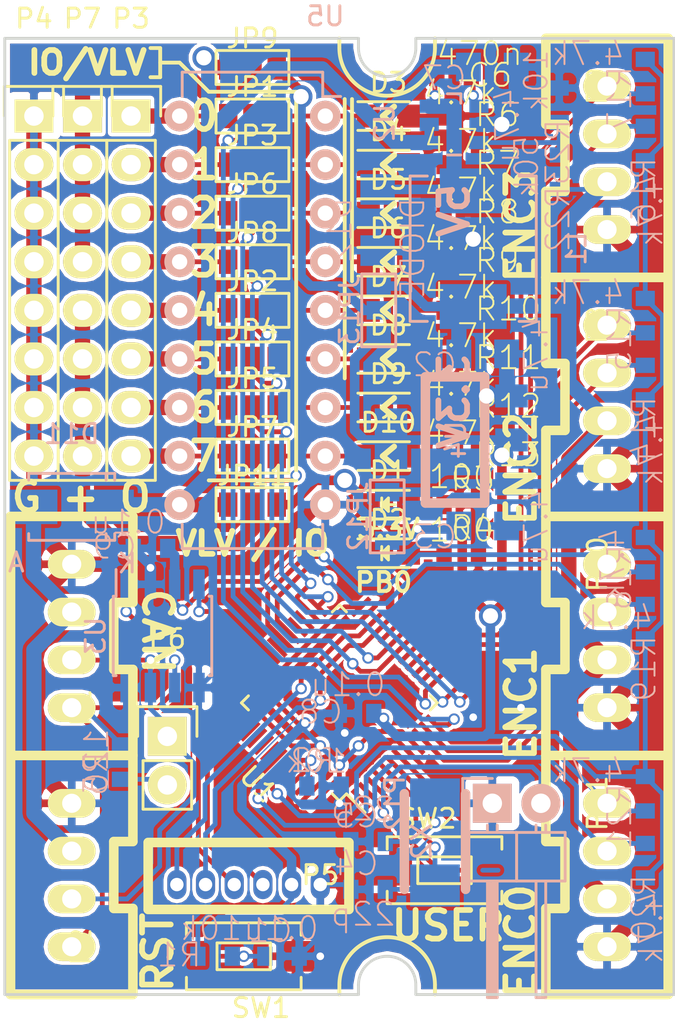
<source format=kicad_pcb>
(kicad_pcb (version 4) (host pcbnew 4.0.5)
  (layers (0 F.Cu signal) (31 B.Cu signal) (34 B.Paste user) (35 F.Paste user) (36 B.SilkS user) (37 F.SilkS user) (38 B.Mask user) (39 F.Mask user) (44 Edge.Cuts user))
  (net 0 "")
  (net 1 GND)
  (net 2 /NRST)
  (net 3 +12V)
  (net 4 /OSC_IN)
  (net 5 /OSC_OUT)
  (net 6 "Net-(D1-Pad2)")
  (net 7 "Net-(D2-Pad2)")
  (net 8 /CAN_H)
  (net 9 /CAN_L)
  (net 10 /BOOT0)
  (net 11 /CAN_RX)
  (net 12 /CAN_TX)
  (net 13 /SWDIO)
  (net 14 /SWCLK)
  (net 15 /PA0)
  (net 16 /PA1)
  (net 17 /PA2)
  (net 18 /PB1)
  (net 19 /PA7)
  (net 20 /PA6)
  (net 21 /PA3)
  (net 22 /PA8)
  (net 23 /PB6)
  (net 24 /PB7)
  (net 25 "Net-(P6-Pad2)")
  (net 26 +5V)
  (net 27 /PB0)
  (net 28 /IO1)
  (net 29 /OUT1)
  (net 30 /IO5)
  (net 31 /OUT5)
  (net 32 /IO2)
  (net 33 /OUT2)
  (net 34 /IO6)
  (net 35 /OUT6)
  (net 36 /IO7)
  (net 37 /OUT7)
  (net 38 /IO3)
  (net 39 /OUT3)
  (net 40 /IO8)
  (net 41 /OUT8)
  (net 42 /IO4)
  (net 43 /OUT4)
  (net 44 "Net-(JP9-Pad2)")
  (net 45 +3.3V)
  (net 46 /PA9)
  (net 47 "Net-(D3-Pad2)")
  (net 48 "Net-(D4-Pad2)")
  (net 49 "Net-(D5-Pad2)")
  (net 50 "Net-(D6-Pad2)")
  (net 51 "Net-(D7-Pad2)")
  (net 52 "Net-(D8-Pad2)")
  (net 53 "Net-(D9-Pad2)")
  (net 54 "Net-(D10-Pad2)")
  (net 55 /USART_TX)
  (net 56 /USART_RX)
  (net 57 /PA4)
  (net 58 /PA5)
  (net 59 /PB12)
  (net 60 /PB13)
  (net 61 "Net-(JP11-Pad2)")
  (net 62 /PB2)
  (net 63 "Net-(D11-Pad2)")
  (net 64 "Net-(JP13-Pad2)")
  (net 65 "Net-(JP11-Pad3)")
  (net 66 "Net-(C6-Pad1)")
  (net 67 "Net-(C6-Pad2)")
  (net 68 /DCDC_FB)
  (net 69 /PC13)
  (net 70 /PC14)
  (module Housings_DIP:DIP-18_W7.62mm (layer B.Cu) (at 16.764 4.064 180)
    (fp_text reference U5 (at 0 5.22 180) (layer B.SilkS) (effects (justify mirror)))
    (fp_text value TBD62083A)
    (pad 1 thru_hole oval (at 0 0 180) (size 1.6 1.6) (drill 0.8) (layers *.Cu *.Mask B.SilkS) (net 29 /OUT1))
    (pad 2 thru_hole oval (at 0 -2.54 180) (size 1.6 1.6) (drill 0.8) (layers *.Cu *.Mask B.SilkS) (net 33 /OUT2))
    (pad 3 thru_hole oval (at 0 -5.08 180) (size 1.6 1.6) (drill 0.8) (layers *.Cu *.Mask B.SilkS) (net 39 /OUT3))
    (pad 4 thru_hole oval (at 0 -7.62 180) (size 1.6 1.6) (drill 0.8) (layers *.Cu *.Mask B.SilkS) (net 43 /OUT4))
    (pad 5 thru_hole oval (at 0 -10.16 180) (size 1.6 1.6) (drill 0.8) (layers *.Cu *.Mask B.SilkS) (net 31 /OUT5))
    (pad 6 thru_hole oval (at 0 -12.7 180) (size 1.6 1.6) (drill 0.8) (layers *.Cu *.Mask B.SilkS) (net 35 /OUT6))
    (pad 7 thru_hole oval (at 0 -15.24 180) (size 1.6 1.6) (drill 0.8) (layers *.Cu *.Mask B.SilkS) (net 37 /OUT7))
    (pad 8 thru_hole oval (at 0 -17.78 180) (size 1.6 1.6) (drill 0.8) (layers *.Cu *.Mask B.SilkS) (net 41 /OUT8))
    (pad 9 thru_hole oval (at 0 -20.32 180) (size 1.6 1.6) (drill 0.8) (layers *.Cu *.Mask B.SilkS) (net 1 GND))
    (pad 10 thru_hole oval (at 7.62 -20.32 180) (size 1.6 1.6) (drill 0.8) (layers *.Cu *.Mask B.SilkS) (net 3 +12V))
    (pad 11 thru_hole oval (at 7.62 -17.78 180) (size 1.6 1.6) (drill 0.8) (layers *.Cu *.Mask B.SilkS) (net 40 /IO8))
    (pad 12 thru_hole oval (at 7.62 -15.24 180) (size 1.6 1.6) (drill 0.8) (layers *.Cu *.Mask B.SilkS) (net 36 /IO7))
    (pad 13 thru_hole oval (at 7.62 -12.7 180) (size 1.6 1.6) (drill 0.8) (layers *.Cu *.Mask B.SilkS) (net 34 /IO6))
    (pad 14 thru_hole oval (at 7.62 -10.16 180) (size 1.6 1.6) (drill 0.8) (layers *.Cu *.Mask B.SilkS) (net 30 /IO5))
    (pad 15 thru_hole oval (at 7.62 -7.62 180) (size 1.6 1.6) (drill 0.8) (layers *.Cu *.Mask B.SilkS) (net 42 /IO4))
    (pad 16 thru_hole oval (at 7.62 -5.08 180) (size 1.6 1.6) (drill 0.8) (layers *.Cu *.Mask B.SilkS) (net 38 /IO3))
    (pad 17 thru_hole oval (at 7.62 -2.54 180) (size 1.6 1.6) (drill 0.8) (layers *.Cu *.Mask B.SilkS) (net 32 /IO2))
    (pad 18 thru_hole oval (at 7.62 0 180) (size 1.6 1.6) (drill 0.8) (layers *.Cu *.Mask B.SilkS) (net 28 /IO1))
  )
  (module RP_KiCAD_Connector:XA_4T (layer F.Cu) (at 31.5 27.5 270)
    (fp_text reference P10 (at 0 0.5 270) (layer F.SilkS))
    (fp_text value CONN_01X04)
    (pad 4 thru_hole oval (at 0 0 270) (size 1.5 2.5) (drill 1) (layers *.Cu *.Mask F.SilkS) (net 46 /PA9))
    (pad 3 thru_hole oval (at 2.5 0 270) (size 1.5 2.5) (drill 1) (layers *.Cu *.Mask F.SilkS) (net 22 /PA8))
    (pad 2 thru_hole oval (at 5 0 270) (size 1.5 2.5) (drill 1) (layers *.Cu *.Mask F.SilkS) (net 26 +5V))
    (pad 1 thru_hole oval (at 7.5 0 270) (size 1.5 2.5) (drill 1) (layers *.Cu *.Mask F.SilkS) (net 1 GND))
  )
  (module RP_KiCAD_Connector:XA_4T (layer F.Cu) (at 3.5 47.5 90)
    (fp_text reference P2 (at 0 0.5 90) (layer F.SilkS))
    (fp_text value CONN_01X04)
    (pad 4 thru_hole oval (at 0 0 90) (size 1.5 2.5) (drill 1) (layers *.Cu *.Mask F.SilkS) (net 9 /CAN_L))
    (pad 3 thru_hole oval (at 2.5 0 90) (size 1.5 2.5) (drill 1) (layers *.Cu *.Mask F.SilkS) (net 8 /CAN_H))
    (pad 2 thru_hole oval (at 5 0 90) (size 1.5 2.5) (drill 1) (layers *.Cu *.Mask F.SilkS) (net 63 "Net-(D11-Pad2)"))
    (pad 1 thru_hole oval (at 7.5 0 90) (size 1.5 2.5) (drill 1) (layers *.Cu *.Mask F.SilkS) (net 1 GND))
  )
  (module RP_KiCAD_Libs:C1608_WP (layer B.Cu) (at 14.5 48 180)
    (fp_text reference C1 (at -0.635 0.635 180) (layer B.SilkS) (effects (font (size 1.2065 1.2065) (thickness 0.1016)) (justify left bottom mirror)))
    (fp_text value 0.1u (at -2 0.75 180) (layer B.SilkS) (effects (font (size 1.2065 1.2065) (thickness 0.1016)) (justify left bottom mirror)))
    (pad 1 smd rect (at -0.9 0 180) (size 0.8 1) (layers B.Cu B.Paste B.Mask) (net 1 GND))
    (pad 2 smd rect (at 0.9 0 180) (size 0.8 1) (layers B.Cu B.Paste B.Mask) (net 2 /NRST))
  )
  (module RP_KiCAD_Libs:C1608_WP (layer B.Cu) (at 19 44.5 180)
    (fp_text reference C4 (at -0.635 0.635 180) (layer B.SilkS) (effects (font (size 1.2065 1.2065) (thickness 0.1016)) (justify left bottom mirror)))
    (fp_text value 22p (at -1.5 -2 180) (layer B.SilkS) (effects (font (size 1.2065 1.2065) (thickness 0.1016)) (justify left bottom mirror)))
    (pad 1 smd rect (at -0.9 0 180) (size 0.8 1) (layers B.Cu B.Paste B.Mask) (net 4 /OSC_IN))
    (pad 2 smd rect (at 0.9 0 180) (size 0.8 1) (layers B.Cu B.Paste B.Mask) (net 1 GND))
  )
  (module RP_KiCAD_Libs:C1608_WP (layer B.Cu) (at 19 42 180)
    (fp_text reference C5 (at -0.635 0.635 180) (layer B.SilkS) (effects (font (size 1.2065 1.2065) (thickness 0.1016)) (justify left bottom mirror)))
    (fp_text value 22p (at -1.5 1 180) (layer B.SilkS) (effects (font (size 1.2065 1.2065) (thickness 0.1016)) (justify left bottom mirror)))
    (pad 1 smd rect (at -0.9 0 180) (size 0.8 1) (layers B.Cu B.Paste B.Mask) (net 5 /OSC_OUT))
    (pad 2 smd rect (at 0.9 0 180) (size 0.8 1) (layers B.Cu B.Paste B.Mask) (net 1 GND))
  )
  (module LEDs:LED_0805 (layer F.Cu) (at 20.066 24.384)
    (fp_text reference D1 (at 0 -1.75) (layer F.SilkS))
    (fp_text value LED)
    (pad 2 smd rect (at 1.04902 0 180) (size 1.19888 1.19888) (layers F.Cu F.Paste F.Mask) (net 6 "Net-(D1-Pad2)"))
    (pad 1 smd rect (at -1.04902 0 180) (size 1.19888 1.19888) (layers F.Cu F.Paste F.Mask) (net 45 +3.3V))
  )
  (module LEDs:LED_0805 (layer F.Cu) (at 20.066 26.924)
    (fp_text reference D2 (at 0 -1.75) (layer F.SilkS))
    (fp_text value LED)
    (pad 2 smd rect (at 1.04902 0 180) (size 1.19888 1.19888) (layers F.Cu F.Paste F.Mask) (net 7 "Net-(D2-Pad2)"))
    (pad 1 smd rect (at -1.04902 0 180) (size 1.19888 1.19888) (layers F.Cu F.Paste F.Mask) (net 62 /PB2))
  )
  (module RP_KiCAD_Libs:C1608_WP (layer B.Cu) (at 11 48)
    (fp_text reference R1 (at -0.635 0.635) (layer B.SilkS) (effects (font (size 1.2065 1.2065) (thickness 0.1016)) (justify left bottom mirror)))
    (fp_text value 10k (at 1.5 -0.75) (layer B.SilkS) (effects (font (size 1.2065 1.2065) (thickness 0.1016)) (justify left bottom mirror)))
    (pad 1 smd rect (at -0.9 0) (size 0.8 1) (layers B.Cu B.Paste B.Mask) (net 45 +3.3V))
    (pad 2 smd rect (at 0.9 0) (size 0.8 1) (layers B.Cu B.Paste B.Mask) (net 2 /NRST))
  )
  (module RP_KiCAD_Libs:C1608_WP (layer B.Cu) (at 16.7 39.1 180)
    (fp_text reference R2 (at -0.635 0.635 180) (layer B.SilkS) (effects (font (size 1.2065 1.2065) (thickness 0.1016)) (justify left bottom mirror)))
    (fp_text value 10k (at -1.3 0.6 180) (layer B.SilkS) (effects (font (size 1.2065 1.2065) (thickness 0.1016)) (justify left bottom mirror)))
    (pad 1 smd rect (at -0.9 0 180) (size 0.8 1) (layers B.Cu B.Paste B.Mask) (net 1 GND))
    (pad 2 smd rect (at 0.9 0 180) (size 0.8 1) (layers B.Cu B.Paste B.Mask) (net 10 /BOOT0))
  )
  (module RP_KiCAD_Libs:C1608_WP (layer F.Cu) (at 23.876 24.384)
    (fp_text reference R3 (at -0.635 -0.635) (layer F.SilkS) (effects (font (size 1.2065 1.2065) (thickness 0.1016)) (justify left bottom)))
    (fp_text value 100 (at -1.778 -0.762) (layer F.SilkS) (effects (font (size 1.2065 1.2065) (thickness 0.1016)) (justify left bottom)))
    (pad 1 smd rect (at -0.9 0) (size 0.8 1) (layers F.Cu F.Paste F.Mask) (net 6 "Net-(D1-Pad2)"))
    (pad 2 smd rect (at 0.9 0) (size 0.8 1) (layers F.Cu F.Paste F.Mask) (net 1 GND))
  )
  (module RP_KiCAD_Libs:C1608_WP (layer F.Cu) (at 23.876 26.924)
    (fp_text reference R4 (at -0.635 -0.635) (layer F.SilkS) (effects (font (size 1.2065 1.2065) (thickness 0.1016)) (justify left bottom)))
    (fp_text value 100 (at -1.778 -0.508) (layer F.SilkS) (effects (font (size 1.2065 1.2065) (thickness 0.1016)) (justify left bottom)))
    (pad 1 smd rect (at -0.9 0) (size 0.8 1) (layers F.Cu F.Paste F.Mask) (net 7 "Net-(D2-Pad2)"))
    (pad 2 smd rect (at 0.9 0) (size 0.8 1) (layers F.Cu F.Paste F.Mask) (net 1 GND))
  )
  (module Buttons_Switches_SMD:SW_SPST_EVQPE1 (layer F.Cu) (at 12.5 48 180)
    (fp_text reference SW1 (at -0.9 -2.7 180) (layer F.SilkS))
    (fp_text value SW_PUSH)
    (pad 2 smd rect (at 2.7 0 180) (size 2 1.6) (layers F.Cu F.Paste F.Mask) (net 2 /NRST))
    (pad 1 smd rect (at -2.7 0 180) (size 2 1.6) (layers F.Cu F.Paste F.Mask) (net 1 GND))
  )
  (module Housings_QFP:LQFP-48_7x7mm_Pitch0.5mm (layer F.Cu) (at 17.5 34.75 135)
    (fp_text reference U1 (at 0 -6 135) (layer F.SilkS))
    (fp_text value STM32F103_48)
    (pad 1 smd rect (at -4.35 -2.75 135) (size 1.3 0.25) (layers F.Cu F.Paste F.Mask))
    (pad 2 smd rect (at -4.35 -2.25 135) (size 1.3 0.25) (layers F.Cu F.Paste F.Mask) (net 69 /PC13))
    (pad 3 smd rect (at -4.35 -1.75 135) (size 1.3 0.25) (layers F.Cu F.Paste F.Mask) (net 70 /PC14))
    (pad 4 smd rect (at -4.35 -1.25 135) (size 1.3 0.25) (layers F.Cu F.Paste F.Mask))
    (pad 5 smd rect (at -4.35 -0.75 135) (size 1.3 0.25) (layers F.Cu F.Paste F.Mask) (net 4 /OSC_IN))
    (pad 6 smd rect (at -4.35 -0.25 135) (size 1.3 0.25) (layers F.Cu F.Paste F.Mask) (net 5 /OSC_OUT))
    (pad 7 smd rect (at -4.35 0.25 135) (size 1.3 0.25) (layers F.Cu F.Paste F.Mask) (net 2 /NRST))
    (pad 8 smd rect (at -4.35 0.75 135) (size 1.3 0.25) (layers F.Cu F.Paste F.Mask) (net 1 GND))
    (pad 9 smd rect (at -4.35 1.25 135) (size 1.3 0.25) (layers F.Cu F.Paste F.Mask) (net 45 +3.3V))
    (pad 10 smd rect (at -4.35 1.75 135) (size 1.3 0.25) (layers F.Cu F.Paste F.Mask) (net 15 /PA0))
    (pad 11 smd rect (at -4.35 2.25 135) (size 1.3 0.25) (layers F.Cu F.Paste F.Mask) (net 16 /PA1))
    (pad 12 smd rect (at -4.35 2.75 135) (size 1.3 0.25) (layers F.Cu F.Paste F.Mask) (net 17 /PA2))
    (pad 13 smd rect (at -2.75 4.35 225) (size 1.3 0.25) (layers F.Cu F.Paste F.Mask) (net 21 /PA3))
    (pad 14 smd rect (at -2.25 4.35 225) (size 1.3 0.25) (layers F.Cu F.Paste F.Mask) (net 57 /PA4))
    (pad 15 smd rect (at -1.75 4.35 225) (size 1.3 0.25) (layers F.Cu F.Paste F.Mask) (net 58 /PA5))
    (pad 16 smd rect (at -1.25 4.35 225) (size 1.3 0.25) (layers F.Cu F.Paste F.Mask) (net 20 /PA6))
    (pad 17 smd rect (at -0.75 4.35 225) (size 1.3 0.25) (layers F.Cu F.Paste F.Mask) (net 19 /PA7))
    (pad 18 smd rect (at -0.25 4.35 225) (size 1.3 0.25) (layers F.Cu F.Paste F.Mask) (net 27 /PB0))
    (pad 19 smd rect (at 0.25 4.35 225) (size 1.3 0.25) (layers F.Cu F.Paste F.Mask) (net 18 /PB1))
    (pad 20 smd rect (at 0.75 4.35 225) (size 1.3 0.25) (layers F.Cu F.Paste F.Mask) (net 62 /PB2))
    (pad 21 smd rect (at 1.25 4.35 225) (size 1.3 0.25) (layers F.Cu F.Paste F.Mask) (net 55 /USART_TX))
    (pad 22 smd rect (at 1.75 4.35 225) (size 1.3 0.25) (layers F.Cu F.Paste F.Mask) (net 56 /USART_RX))
    (pad 23 smd rect (at 2.25 4.35 225) (size 1.3 0.25) (layers F.Cu F.Paste F.Mask) (net 1 GND))
    (pad 24 smd rect (at 2.75 4.35 225) (size 1.3 0.25) (layers F.Cu F.Paste F.Mask) (net 45 +3.3V))
    (pad 25 smd rect (at 4.35 2.75 135) (size 1.3 0.25) (layers F.Cu F.Paste F.Mask) (net 59 /PB12))
    (pad 26 smd rect (at 4.35 2.25 135) (size 1.3 0.25) (layers F.Cu F.Paste F.Mask) (net 60 /PB13))
    (pad 27 smd rect (at 4.35 1.75 135) (size 1.3 0.25) (layers F.Cu F.Paste F.Mask))
    (pad 28 smd rect (at 4.35 1.25 135) (size 1.3 0.25) (layers F.Cu F.Paste F.Mask))
    (pad 29 smd rect (at 4.35 0.75 135) (size 1.3 0.25) (layers F.Cu F.Paste F.Mask) (net 22 /PA8))
    (pad 30 smd rect (at 4.35 0.25 135) (size 1.3 0.25) (layers F.Cu F.Paste F.Mask) (net 46 /PA9))
    (pad 31 smd rect (at 4.35 -0.25 135) (size 1.3 0.25) (layers F.Cu F.Paste F.Mask))
    (pad 32 smd rect (at 4.35 -0.75 135) (size 1.3 0.25) (layers F.Cu F.Paste F.Mask) (net 11 /CAN_RX))
    (pad 33 smd rect (at 4.35 -1.25 135) (size 1.3 0.25) (layers F.Cu F.Paste F.Mask) (net 12 /CAN_TX))
    (pad 34 smd rect (at 4.35 -1.75 135) (size 1.3 0.25) (layers F.Cu F.Paste F.Mask) (net 13 /SWDIO))
    (pad 35 smd rect (at 4.35 -2.25 135) (size 1.3 0.25) (layers F.Cu F.Paste F.Mask) (net 1 GND))
    (pad 36 smd rect (at 4.35 -2.75 135) (size 1.3 0.25) (layers F.Cu F.Paste F.Mask) (net 45 +3.3V))
    (pad 37 smd rect (at 2.75 -4.35 225) (size 1.3 0.25) (layers F.Cu F.Paste F.Mask) (net 14 /SWCLK))
    (pad 38 smd rect (at 2.25 -4.35 225) (size 1.3 0.25) (layers F.Cu F.Paste F.Mask))
    (pad 39 smd rect (at 1.75 -4.35 225) (size 1.3 0.25) (layers F.Cu F.Paste F.Mask))
    (pad 40 smd rect (at 1.25 -4.35 225) (size 1.3 0.25) (layers F.Cu F.Paste F.Mask))
    (pad 41 smd rect (at 0.75 -4.35 225) (size 1.3 0.25) (layers F.Cu F.Paste F.Mask))
    (pad 42 smd rect (at 0.25 -4.35 225) (size 1.3 0.25) (layers F.Cu F.Paste F.Mask) (net 23 /PB6))
    (pad 43 smd rect (at -0.25 -4.35 225) (size 1.3 0.25) (layers F.Cu F.Paste F.Mask) (net 24 /PB7))
    (pad 44 smd rect (at -0.75 -4.35 225) (size 1.3 0.25) (layers F.Cu F.Paste F.Mask) (net 10 /BOOT0))
    (pad 45 smd rect (at -1.25 -4.35 225) (size 1.3 0.25) (layers F.Cu F.Paste F.Mask))
    (pad 46 smd rect (at -1.75 -4.35 225) (size 1.3 0.25) (layers F.Cu F.Paste F.Mask))
    (pad 47 smd rect (at -2.25 -4.35 225) (size 1.3 0.25) (layers F.Cu F.Paste F.Mask) (net 1 GND))
    (pad 48 smd rect (at -2.75 -4.35 225) (size 1.3 0.25) (layers F.Cu F.Paste F.Mask) (net 45 +3.3V))
  )
  (module Housings_SOIC:SOIC-8_3.9x4.9mm_Pitch1.27mm (layer B.Cu) (at 8.25 31.25 270)
    (fp_text reference U3 (at 0 3.5 270) (layer B.SilkS) (effects (justify mirror)))
    (fp_text value MAX3051)
    (pad 1 smd rect (at -2.7 1.905 270) (size 1.55 0.6) (layers B.Cu B.Paste B.Mask) (net 12 /CAN_TX))
    (pad 2 smd rect (at -2.7 0.635 270) (size 1.55 0.6) (layers B.Cu B.Paste B.Mask) (net 1 GND))
    (pad 3 smd rect (at -2.7 -0.635 270) (size 1.55 0.6) (layers B.Cu B.Paste B.Mask) (net 45 +3.3V))
    (pad 4 smd rect (at -2.7 -1.905 270) (size 1.55 0.6) (layers B.Cu B.Paste B.Mask) (net 11 /CAN_RX))
    (pad 5 smd rect (at 2.7 -1.905 270) (size 1.55 0.6) (layers B.Cu B.Paste B.Mask) (net 1 GND))
    (pad 6 smd rect (at 2.7 -0.635 270) (size 1.55 0.6) (layers B.Cu B.Paste B.Mask) (net 9 /CAN_L))
    (pad 7 smd rect (at 2.7 0.635 270) (size 1.55 0.6) (layers B.Cu B.Paste B.Mask) (net 8 /CAN_H))
    (pad 8 smd rect (at 2.7 1.905 270) (size 1.55 0.6) (layers B.Cu B.Paste B.Mask) (net 1 GND))
  )
  (module Crystals:ABM3_2pads (layer B.Cu) (at 22.5 42 90)
    (fp_text reference X2 (at 0 -0.7 90) (layer B.SilkS) (effects (justify mirror)))
    (fp_text value CRYSTAL)
    (pad 1 smd rect (at -2.3 0 90) (size 2.2 2.6) (layers B.Cu B.Paste B.Mask) (net 4 /OSC_IN))
    (pad 2 smd rect (at 2.3 0 90) (size 2 2.6) (layers B.Cu B.Paste B.Mask) (net 5 /OSC_OUT))
  )
  (module RP_KiCAD_Connector:ZH_6T (layer F.Cu) (at 16.5 44.25 180)
    (fp_text reference P5 (at 0 0.5 180) (layer F.SilkS))
    (fp_text value CONN_01X06)
    (pad 1 thru_hole oval (at 0 0 180) (size 1 1.524) (drill 0.7) (layers *.Cu *.Mask) (net 1 GND))
    (pad 2 thru_hole oval (at 1.5 0 180) (size 1 1.524) (drill 0.7) (layers *.Cu *.Mask) (net 45 +3.3V))
    (pad 3 thru_hole oval (at 3 0 180) (size 1 1.524) (drill 0.7) (layers *.Cu *.Mask) (net 14 /SWCLK))
    (pad 4 thru_hole oval (at 4.5 0 180) (size 1 1.524) (drill 0.7) (layers *.Cu *.Mask) (net 13 /SWDIO))
    (pad 5 thru_hole oval (at 6 0 180) (size 1 1.524) (drill 0.7) (layers *.Cu *.Mask) (net 55 /USART_TX))
    (pad 6 thru_hole oval (at 7.5 0 180) (size 1 1.524) (drill 0.7) (layers *.Cu *.Mask) (net 56 /USART_RX))
  )
  (module Pin_Headers:Pin_Header_Straight_1x02 (layer F.Cu) (at 8.5 36.5)
    (fp_text reference P6 (at 0 -5.1) (layer F.SilkS))
    (fp_text value CONN_01X02)
    (pad 1 thru_hole rect (at 0 0) (size 2.032 2.032) (drill 1.016) (layers *.Cu *.Mask F.SilkS) (net 8 /CAN_H))
    (pad 2 thru_hole oval (at 0 2.54) (size 2.032 2.032) (drill 1.016) (layers *.Cu *.Mask F.SilkS) (net 25 "Net-(P6-Pad2)"))
  )
  (module RP_KiCAD_Libs:C1608_WP (layer B.Cu) (at 6.096 37.846 270)
    (fp_text reference R5 (at -0.635 0.635 270) (layer B.SilkS) (effects (font (size 1.2065 1.2065) (thickness 0.1016)) (justify left bottom mirror)))
    (fp_text value 120 (at -1.846 0.596 270) (layer B.SilkS) (effects (font (size 1.2065 1.2065) (thickness 0.1016)) (justify left bottom mirror)))
    (pad 1 smd rect (at -0.9 0 270) (size 0.8 1) (layers B.Cu B.Paste B.Mask) (net 9 /CAN_L))
    (pad 2 smd rect (at 0.9 0 270) (size 0.8 1) (layers B.Cu B.Paste B.Mask) (net 25 "Net-(P6-Pad2)"))
  )
  (module Connect:GS3 (layer F.Cu) (at 12.954 4.064 90)
    (fp_text reference JP1 (at 1.524 0 180) (layer F.SilkS))
    (fp_text value JUMPER3)
    (pad 1 smd rect (at 0 -1.27 90) (size 1.27 0.9652) (layers F.Cu F.Paste F.Mask) (net 28 /IO1))
    (pad 2 smd rect (at 0 0 90) (size 1.27 0.9652) (layers F.Cu F.Paste F.Mask) (net 17 /PA2))
    (pad 3 smd rect (at 0 1.27 90) (size 1.27 0.9652) (layers F.Cu F.Paste F.Mask) (net 29 /OUT1))
  )
  (module Connect:GS3 (layer F.Cu) (at 12.954 14.224 90)
    (fp_text reference JP2 (at 1.524 0 180) (layer F.SilkS))
    (fp_text value JUMPER3)
    (pad 1 smd rect (at 0 -1.27 90) (size 1.27 0.9652) (layers F.Cu F.Paste F.Mask) (net 30 /IO5))
    (pad 2 smd rect (at 0 0 90) (size 1.27 0.9652) (layers F.Cu F.Paste F.Mask) (net 57 /PA4))
    (pad 3 smd rect (at 0 1.27 90) (size 1.27 0.9652) (layers F.Cu F.Paste F.Mask) (net 31 /OUT5))
  )
  (module Connect:GS3 (layer F.Cu) (at 12.954 6.604 90)
    (fp_text reference JP3 (at 1.524 0 180) (layer F.SilkS))
    (fp_text value JUMPER3)
    (pad 1 smd rect (at 0 -1.27 90) (size 1.27 0.9652) (layers F.Cu F.Paste F.Mask) (net 32 /IO2))
    (pad 2 smd rect (at 0 0 90) (size 1.27 0.9652) (layers F.Cu F.Paste F.Mask) (net 21 /PA3))
    (pad 3 smd rect (at 0 1.27 90) (size 1.27 0.9652) (layers F.Cu F.Paste F.Mask) (net 33 /OUT2))
  )
  (module Connect:GS3 (layer F.Cu) (at 12.954 16.764 90)
    (fp_text reference JP4 (at 1.524 0 180) (layer F.SilkS))
    (fp_text value JUMPER3)
    (pad 1 smd rect (at 0 -1.27 90) (size 1.27 0.9652) (layers F.Cu F.Paste F.Mask) (net 34 /IO6))
    (pad 2 smd rect (at 0 0 90) (size 1.27 0.9652) (layers F.Cu F.Paste F.Mask) (net 58 /PA5))
    (pad 3 smd rect (at 0 1.27 90) (size 1.27 0.9652) (layers F.Cu F.Paste F.Mask) (net 35 /OUT6))
  )
  (module Connect:GS3 (layer F.Cu) (at 12.954 19.304 90)
    (fp_text reference JP5 (at 1.524 0 180) (layer F.SilkS))
    (fp_text value JUMPER3)
    (pad 1 smd rect (at 0 -1.27 90) (size 1.27 0.9652) (layers F.Cu F.Paste F.Mask) (net 36 /IO7))
    (pad 2 smd rect (at 0 0 90) (size 1.27 0.9652) (layers F.Cu F.Paste F.Mask) (net 59 /PB12))
    (pad 3 smd rect (at 0 1.27 90) (size 1.27 0.9652) (layers F.Cu F.Paste F.Mask) (net 37 /OUT7))
  )
  (module Connect:GS3 (layer F.Cu) (at 12.954 9.144 90)
    (fp_text reference JP6 (at 1.524 0 180) (layer F.SilkS))
    (fp_text value JUMPER3)
    (pad 1 smd rect (at 0 -1.27 90) (size 1.27 0.9652) (layers F.Cu F.Paste F.Mask) (net 38 /IO3))
    (pad 2 smd rect (at 0 0 90) (size 1.27 0.9652) (layers F.Cu F.Paste F.Mask) (net 27 /PB0))
    (pad 3 smd rect (at 0 1.27 90) (size 1.27 0.9652) (layers F.Cu F.Paste F.Mask) (net 39 /OUT3))
  )
  (module Connect:GS3 (layer F.Cu) (at 12.954 21.844 90)
    (fp_text reference JP7 (at 1.524 0 180) (layer F.SilkS))
    (fp_text value JUMPER3)
    (pad 1 smd rect (at 0 -1.27 90) (size 1.27 0.9652) (layers F.Cu F.Paste F.Mask) (net 40 /IO8))
    (pad 2 smd rect (at 0 0 90) (size 1.27 0.9652) (layers F.Cu F.Paste F.Mask) (net 60 /PB13))
    (pad 3 smd rect (at 0 1.27 90) (size 1.27 0.9652) (layers F.Cu F.Paste F.Mask) (net 41 /OUT8))
  )
  (module Connect:GS3 (layer F.Cu) (at 12.954 11.684 90)
    (fp_text reference JP8 (at 1.524 0 180) (layer F.SilkS))
    (fp_text value JUMPER3)
    (pad 1 smd rect (at 0 -1.27 90) (size 1.27 0.9652) (layers F.Cu F.Paste F.Mask) (net 42 /IO4))
    (pad 2 smd rect (at 0 0 90) (size 1.27 0.9652) (layers F.Cu F.Paste F.Mask) (net 18 /PB1))
    (pad 3 smd rect (at 0 1.27 90) (size 1.27 0.9652) (layers F.Cu F.Paste F.Mask) (net 43 /OUT4))
  )
  (module Connect:GS3 (layer F.Cu) (at 12.954 1.524 90)
    (fp_text reference JP9 (at 1.524 0 180) (layer F.SilkS))
    (fp_text value JUMPER3)
    (pad 1 smd rect (at 0 -1.27 90) (size 1.27 0.9652) (layers F.Cu F.Paste F.Mask) (net 3 +12V))
    (pad 2 smd rect (at 0 0 90) (size 1.27 0.9652) (layers F.Cu F.Paste F.Mask) (net 44 "Net-(JP9-Pad2)"))
    (pad 3 smd rect (at 0 1.27 90) (size 1.27 0.9652) (layers F.Cu F.Paste F.Mask) (net 64 "Net-(JP13-Pad2)"))
  )
  (module RP_KiCAD_Connector:XA_4T (layer F.Cu) (at 3.5 35 90)
    (fp_text reference P1 (at 0 0.5 90) (layer F.SilkS))
    (fp_text value CONN_01X04)
    (pad 4 thru_hole oval (at 0 0 90) (size 1.5 2.5) (drill 1) (layers *.Cu *.Mask F.SilkS) (net 9 /CAN_L))
    (pad 3 thru_hole oval (at 2.5 0 90) (size 1.5 2.5) (drill 1) (layers *.Cu *.Mask F.SilkS) (net 8 /CAN_H))
    (pad 2 thru_hole oval (at 5 0 90) (size 1.5 2.5) (drill 1) (layers *.Cu *.Mask F.SilkS) (net 63 "Net-(D11-Pad2)"))
    (pad 1 thru_hole oval (at 7.5 0 90) (size 1.5 2.5) (drill 1) (layers *.Cu *.Mask F.SilkS) (net 1 GND))
  )
  (module Pin_Headers:Pin_Header_Straight_1x08 (layer F.Cu) (at 4.064 4.064)
    (fp_text reference P7 (at 0 -5.1) (layer F.SilkS))
    (fp_text value CONN_01X08)
    (pad 1 thru_hole rect (at 0 0) (size 2.032 1.7272) (drill 1.016) (layers *.Cu *.Mask F.SilkS) (net 44 "Net-(JP9-Pad2)"))
    (pad 2 thru_hole oval (at 0 2.54) (size 2.032 1.7272) (drill 1.016) (layers *.Cu *.Mask F.SilkS) (net 44 "Net-(JP9-Pad2)"))
    (pad 3 thru_hole oval (at 0 5.08) (size 2.032 1.7272) (drill 1.016) (layers *.Cu *.Mask F.SilkS) (net 44 "Net-(JP9-Pad2)"))
    (pad 4 thru_hole oval (at 0 7.62) (size 2.032 1.7272) (drill 1.016) (layers *.Cu *.Mask F.SilkS) (net 44 "Net-(JP9-Pad2)"))
    (pad 5 thru_hole oval (at 0 10.16) (size 2.032 1.7272) (drill 1.016) (layers *.Cu *.Mask F.SilkS) (net 61 "Net-(JP11-Pad2)"))
    (pad 6 thru_hole oval (at 0 12.7) (size 2.032 1.7272) (drill 1.016) (layers *.Cu *.Mask F.SilkS) (net 61 "Net-(JP11-Pad2)"))
    (pad 7 thru_hole oval (at 0 15.24) (size 2.032 1.7272) (drill 1.016) (layers *.Cu *.Mask F.SilkS) (net 61 "Net-(JP11-Pad2)"))
    (pad 8 thru_hole oval (at 0 17.78) (size 2.032 1.7272) (drill 1.016) (layers *.Cu *.Mask F.SilkS) (net 61 "Net-(JP11-Pad2)"))
  )
  (module RP_KiCAD_Connector:XA_4T (layer F.Cu) (at 31.5 15 270)
    (fp_text reference P8 (at 0 0.5 270) (layer F.SilkS))
    (fp_text value CONN_01X04)
    (pad 4 thru_hole oval (at 0 0 270) (size 1.5 2.5) (drill 1) (layers *.Cu *.Mask F.SilkS) (net 16 /PA1))
    (pad 3 thru_hole oval (at 2.5 0 270) (size 1.5 2.5) (drill 1) (layers *.Cu *.Mask F.SilkS) (net 15 /PA0))
    (pad 2 thru_hole oval (at 5 0 270) (size 1.5 2.5) (drill 1) (layers *.Cu *.Mask F.SilkS) (net 26 +5V))
    (pad 1 thru_hole oval (at 7.5 0 270) (size 1.5 2.5) (drill 1) (layers *.Cu *.Mask F.SilkS) (net 1 GND))
  )
  (module RP_KiCAD_Connector:XA_4T (layer F.Cu) (at 31.5 2.5 270)
    (fp_text reference P9 (at 0 0.5 270) (layer F.SilkS))
    (fp_text value CONN_01X04)
    (pad 4 thru_hole oval (at 0 0 270) (size 1.5 2.5) (drill 1) (layers *.Cu *.Mask F.SilkS) (net 19 /PA7))
    (pad 3 thru_hole oval (at 2.5 0 270) (size 1.5 2.5) (drill 1) (layers *.Cu *.Mask F.SilkS) (net 20 /PA6))
    (pad 2 thru_hole oval (at 5 0 270) (size 1.5 2.5) (drill 1) (layers *.Cu *.Mask F.SilkS) (net 26 +5V))
    (pad 1 thru_hole oval (at 7.5 0 270) (size 1.5 2.5) (drill 1) (layers *.Cu *.Mask F.SilkS) (net 1 GND))
  )
  (module RP_KiCAD_Connector:XA_4T (layer F.Cu) (at 31.5 40 270)
    (fp_text reference P11 (at 0 0.5 270) (layer F.SilkS))
    (fp_text value CONN_01X04)
    (pad 4 thru_hole oval (at 0 0 270) (size 1.5 2.5) (drill 1) (layers *.Cu *.Mask F.SilkS) (net 24 /PB7))
    (pad 3 thru_hole oval (at 2.5 0 270) (size 1.5 2.5) (drill 1) (layers *.Cu *.Mask F.SilkS) (net 23 /PB6))
    (pad 2 thru_hole oval (at 5 0 270) (size 1.5 2.5) (drill 1) (layers *.Cu *.Mask F.SilkS) (net 26 +5V))
    (pad 1 thru_hole oval (at 7.5 0 270) (size 1.5 2.5) (drill 1) (layers *.Cu *.Mask F.SilkS) (net 1 GND))
  )
  (module TO_SOT_Packages_SMD:SOT-223_reg (layer B.Cu) (at 26.5 21 270)
    (fp_text reference U4 (at 0 2.9 270) (layer B.SilkS) (effects (justify mirror)))
    (fp_text value NCP1117ST50T3G)
    (pad 1 smd rect (at -2.3 0 270) (size 1.2 1.7) (layers B.Cu B.Paste B.Mask) (net 1 GND))
    (pad 2 smd rect (at 0 0 270) (size 1.2 1.7) (layers B.Cu B.Paste B.Mask) (net 45 +3.3V))
    (pad 3 smd rect (at 2.3 0 270) (size 1.2 1.7) (layers B.Cu B.Paste B.Mask) (net 26 +5V))
    (pad 2 smd rect (at 0 6.3 270) (size 3.3 1.7) (layers B.Cu B.Paste B.Mask) (net 45 +3.3V))
  )
  (module Pin_Headers:Pin_Header_Straight_1x08 (layer F.Cu) (at 6.604 4.064)
    (fp_text reference P3 (at 0 -5.1) (layer F.SilkS))
    (fp_text value CONN_01X08)
    (pad 1 thru_hole rect (at 0 0) (size 2.032 1.7272) (drill 1.016) (layers *.Cu *.Mask F.SilkS) (net 28 /IO1))
    (pad 2 thru_hole oval (at 0 2.54) (size 2.032 1.7272) (drill 1.016) (layers *.Cu *.Mask F.SilkS) (net 32 /IO2))
    (pad 3 thru_hole oval (at 0 5.08) (size 2.032 1.7272) (drill 1.016) (layers *.Cu *.Mask F.SilkS) (net 38 /IO3))
    (pad 4 thru_hole oval (at 0 7.62) (size 2.032 1.7272) (drill 1.016) (layers *.Cu *.Mask F.SilkS) (net 42 /IO4))
    (pad 5 thru_hole oval (at 0 10.16) (size 2.032 1.7272) (drill 1.016) (layers *.Cu *.Mask F.SilkS) (net 30 /IO5))
    (pad 6 thru_hole oval (at 0 12.7) (size 2.032 1.7272) (drill 1.016) (layers *.Cu *.Mask F.SilkS) (net 34 /IO6))
    (pad 7 thru_hole oval (at 0 15.24) (size 2.032 1.7272) (drill 1.016) (layers *.Cu *.Mask F.SilkS) (net 36 /IO7))
    (pad 8 thru_hole oval (at 0 17.78) (size 2.032 1.7272) (drill 1.016) (layers *.Cu *.Mask F.SilkS) (net 40 /IO8))
  )
  (module Pin_Headers:Pin_Header_Straight_1x08 (layer F.Cu) (at 1.524 4.064)
    (fp_text reference P4 (at 0 -5.1) (layer F.SilkS))
    (fp_text value CONN_01X08)
    (pad 1 thru_hole rect (at 0 0) (size 2.032 1.7272) (drill 1.016) (layers *.Cu *.Mask F.SilkS) (net 1 GND))
    (pad 2 thru_hole oval (at 0 2.54) (size 2.032 1.7272) (drill 1.016) (layers *.Cu *.Mask F.SilkS) (net 1 GND))
    (pad 3 thru_hole oval (at 0 5.08) (size 2.032 1.7272) (drill 1.016) (layers *.Cu *.Mask F.SilkS) (net 1 GND))
    (pad 4 thru_hole oval (at 0 7.62) (size 2.032 1.7272) (drill 1.016) (layers *.Cu *.Mask F.SilkS) (net 1 GND))
    (pad 5 thru_hole oval (at 0 10.16) (size 2.032 1.7272) (drill 1.016) (layers *.Cu *.Mask F.SilkS) (net 1 GND))
    (pad 6 thru_hole oval (at 0 12.7) (size 2.032 1.7272) (drill 1.016) (layers *.Cu *.Mask F.SilkS) (net 1 GND))
    (pad 7 thru_hole oval (at 0 15.24) (size 2.032 1.7272) (drill 1.016) (layers *.Cu *.Mask F.SilkS) (net 1 GND))
    (pad 8 thru_hole oval (at 0 17.78) (size 2.032 1.7272) (drill 1.016) (layers *.Cu *.Mask F.SilkS) (net 1 GND))
  )
  (module LEDs:LED_0805 (layer F.Cu) (at 20.066 4.064)
    (fp_text reference D3 (at 0 -1.75) (layer F.SilkS))
    (fp_text value LED)
    (pad 2 smd rect (at 1.04902 0 180) (size 1.19888 1.19888) (layers F.Cu F.Paste F.Mask) (net 47 "Net-(D3-Pad2)"))
    (pad 1 smd rect (at -1.04902 0 180) (size 1.19888 1.19888) (layers F.Cu F.Paste F.Mask) (net 29 /OUT1))
  )
  (module LEDs:LED_0805 (layer F.Cu) (at 20.066 6.604)
    (fp_text reference D4 (at 0 -1.75) (layer F.SilkS))
    (fp_text value LED)
    (pad 2 smd rect (at 1.04902 0 180) (size 1.19888 1.19888) (layers F.Cu F.Paste F.Mask) (net 48 "Net-(D4-Pad2)"))
    (pad 1 smd rect (at -1.04902 0 180) (size 1.19888 1.19888) (layers F.Cu F.Paste F.Mask) (net 33 /OUT2))
  )
  (module LEDs:LED_0805 (layer F.Cu) (at 20.066 9.144)
    (fp_text reference D5 (at 0 -1.75) (layer F.SilkS))
    (fp_text value LED)
    (pad 2 smd rect (at 1.04902 0 180) (size 1.19888 1.19888) (layers F.Cu F.Paste F.Mask) (net 49 "Net-(D5-Pad2)"))
    (pad 1 smd rect (at -1.04902 0 180) (size 1.19888 1.19888) (layers F.Cu F.Paste F.Mask) (net 39 /OUT3))
  )
  (module LEDs:LED_0805 (layer F.Cu) (at 20.066 11.684)
    (fp_text reference D6 (at 0 -1.75) (layer F.SilkS))
    (fp_text value LED)
    (pad 2 smd rect (at 1.04902 0 180) (size 1.19888 1.19888) (layers F.Cu F.Paste F.Mask) (net 50 "Net-(D6-Pad2)"))
    (pad 1 smd rect (at -1.04902 0 180) (size 1.19888 1.19888) (layers F.Cu F.Paste F.Mask) (net 43 /OUT4))
  )
  (module LEDs:LED_0805 (layer F.Cu) (at 20.066 14.224)
    (fp_text reference D7 (at 0 -1.75) (layer F.SilkS))
    (fp_text value LED)
    (pad 2 smd rect (at 1.04902 0 180) (size 1.19888 1.19888) (layers F.Cu F.Paste F.Mask) (net 51 "Net-(D7-Pad2)"))
    (pad 1 smd rect (at -1.04902 0 180) (size 1.19888 1.19888) (layers F.Cu F.Paste F.Mask) (net 31 /OUT5))
  )
  (module LEDs:LED_0805 (layer F.Cu) (at 20.066 16.764)
    (fp_text reference D8 (at 0 -1.75) (layer F.SilkS))
    (fp_text value LED)
    (pad 2 smd rect (at 1.04902 0 180) (size 1.19888 1.19888) (layers F.Cu F.Paste F.Mask) (net 52 "Net-(D8-Pad2)"))
    (pad 1 smd rect (at -1.04902 0 180) (size 1.19888 1.19888) (layers F.Cu F.Paste F.Mask) (net 35 /OUT6))
  )
  (module LEDs:LED_0805 (layer F.Cu) (at 20.066 19.304)
    (fp_text reference D9 (at 0 -1.75) (layer F.SilkS))
    (fp_text value LED)
    (pad 2 smd rect (at 1.04902 0 180) (size 1.19888 1.19888) (layers F.Cu F.Paste F.Mask) (net 53 "Net-(D9-Pad2)"))
    (pad 1 smd rect (at -1.04902 0 180) (size 1.19888 1.19888) (layers F.Cu F.Paste F.Mask) (net 37 /OUT7))
  )
  (module LEDs:LED_0805 (layer F.Cu) (at 20.066 21.844)
    (fp_text reference D10 (at 0 -1.75) (layer F.SilkS))
    (fp_text value LED)
    (pad 2 smd rect (at 1.04902 0 180) (size 1.19888 1.19888) (layers F.Cu F.Paste F.Mask) (net 54 "Net-(D10-Pad2)"))
    (pad 1 smd rect (at -1.04902 0 180) (size 1.19888 1.19888) (layers F.Cu F.Paste F.Mask) (net 41 /OUT8))
  )
  (module RP_KiCAD_Libs:C1608_WP (layer F.Cu) (at 23.876 4.064 180)
    (fp_text reference R6 (at -0.635 -0.635 180) (layer F.SilkS) (effects (font (size 1.2065 1.2065) (thickness 0.1016)) (justify left bottom)))
    (fp_text value 4.7k (at 2.032 0.508 180) (layer F.SilkS) (effects (font (size 1.2065 1.2065) (thickness 0.1016)) (justify left bottom)))
    (pad 1 smd rect (at -0.9 0 180) (size 0.8 1) (layers F.Cu F.Paste F.Mask) (net 1 GND))
    (pad 2 smd rect (at 0.9 0 180) (size 0.8 1) (layers F.Cu F.Paste F.Mask) (net 47 "Net-(D3-Pad2)"))
  )
  (module RP_KiCAD_Libs:C1608_WP (layer F.Cu) (at 23.876 6.604 180)
    (fp_text reference R7 (at -0.635 -0.635 180) (layer F.SilkS) (effects (font (size 1.2065 1.2065) (thickness 0.1016)) (justify left bottom)))
    (fp_text value 4.7k (at 2.032 0.508 180) (layer F.SilkS) (effects (font (size 1.2065 1.2065) (thickness 0.1016)) (justify left bottom)))
    (pad 1 smd rect (at -0.9 0 180) (size 0.8 1) (layers F.Cu F.Paste F.Mask) (net 1 GND))
    (pad 2 smd rect (at 0.9 0 180) (size 0.8 1) (layers F.Cu F.Paste F.Mask) (net 48 "Net-(D4-Pad2)"))
  )
  (module RP_KiCAD_Libs:C1608_WP (layer F.Cu) (at 23.876 9.144 180)
    (fp_text reference R8 (at -0.635 -0.635 180) (layer F.SilkS) (effects (font (size 1.2065 1.2065) (thickness 0.1016)) (justify left bottom)))
    (fp_text value 4.7k (at 2.032 0.508 180) (layer F.SilkS) (effects (font (size 1.2065 1.2065) (thickness 0.1016)) (justify left bottom)))
    (pad 1 smd rect (at -0.9 0 180) (size 0.8 1) (layers F.Cu F.Paste F.Mask) (net 1 GND))
    (pad 2 smd rect (at 0.9 0 180) (size 0.8 1) (layers F.Cu F.Paste F.Mask) (net 49 "Net-(D5-Pad2)"))
  )
  (module RP_KiCAD_Libs:C1608_WP (layer F.Cu) (at 23.876 11.684 180)
    (fp_text reference R9 (at -0.635 -0.635 180) (layer F.SilkS) (effects (font (size 1.2065 1.2065) (thickness 0.1016)) (justify left bottom)))
    (fp_text value 4.7k (at 2.032 0.508 180) (layer F.SilkS) (effects (font (size 1.2065 1.2065) (thickness 0.1016)) (justify left bottom)))
    (pad 1 smd rect (at -0.9 0 180) (size 0.8 1) (layers F.Cu F.Paste F.Mask) (net 1 GND))
    (pad 2 smd rect (at 0.9 0 180) (size 0.8 1) (layers F.Cu F.Paste F.Mask) (net 50 "Net-(D6-Pad2)"))
  )
  (module RP_KiCAD_Libs:C1608_WP (layer F.Cu) (at 23.876 14.224 180)
    (fp_text reference R10 (at -0.635 -0.635 180) (layer F.SilkS) (effects (font (size 1.2065 1.2065) (thickness 0.1016)) (justify left bottom)))
    (fp_text value 4.7k (at 2.032 0.508 180) (layer F.SilkS) (effects (font (size 1.2065 1.2065) (thickness 0.1016)) (justify left bottom)))
    (pad 1 smd rect (at -0.9 0 180) (size 0.8 1) (layers F.Cu F.Paste F.Mask) (net 1 GND))
    (pad 2 smd rect (at 0.9 0 180) (size 0.8 1) (layers F.Cu F.Paste F.Mask) (net 51 "Net-(D7-Pad2)"))
  )
  (module RP_KiCAD_Libs:C1608_WP (layer F.Cu) (at 23.876 16.764 180)
    (fp_text reference R11 (at -0.635 -0.635 180) (layer F.SilkS) (effects (font (size 1.2065 1.2065) (thickness 0.1016)) (justify left bottom)))
    (fp_text value 4.7k (at 2.032 0.508 180) (layer F.SilkS) (effects (font (size 1.2065 1.2065) (thickness 0.1016)) (justify left bottom)))
    (pad 1 smd rect (at -0.9 0 180) (size 0.8 1) (layers F.Cu F.Paste F.Mask) (net 1 GND))
    (pad 2 smd rect (at 0.9 0 180) (size 0.8 1) (layers F.Cu F.Paste F.Mask) (net 52 "Net-(D8-Pad2)"))
  )
  (module RP_KiCAD_Libs:C1608_WP (layer F.Cu) (at 23.876 19.304 180)
    (fp_text reference R12 (at -0.635 -0.635 180) (layer F.SilkS) (effects (font (size 1.2065 1.2065) (thickness 0.1016)) (justify left bottom)))
    (fp_text value 4.7k (at 2.032 0.508 180) (layer F.SilkS) (effects (font (size 1.2065 1.2065) (thickness 0.1016)) (justify left bottom)))
    (pad 1 smd rect (at -0.9 0 180) (size 0.8 1) (layers F.Cu F.Paste F.Mask) (net 1 GND))
    (pad 2 smd rect (at 0.9 0 180) (size 0.8 1) (layers F.Cu F.Paste F.Mask) (net 53 "Net-(D9-Pad2)"))
  )
  (module RP_KiCAD_Libs:C1608_WP (layer F.Cu) (at 23.876 21.844 180)
    (fp_text reference R13 (at -0.635 -0.635 180) (layer F.SilkS) (effects (font (size 1.2065 1.2065) (thickness 0.1016)) (justify left bottom)))
    (fp_text value 4.7k (at 2.032 0.508 180) (layer F.SilkS) (effects (font (size 1.2065 1.2065) (thickness 0.1016)) (justify left bottom)))
    (pad 1 smd rect (at -0.9 0 180) (size 0.8 1) (layers F.Cu F.Paste F.Mask) (net 1 GND))
    (pad 2 smd rect (at 0.9 0 180) (size 0.8 1) (layers F.Cu F.Paste F.Mask) (net 54 "Net-(D10-Pad2)"))
  )
  (module RP_KiCAD_Libs:C2012 (layer B.Cu) (at 25 16.5)
    (fp_text reference C2 (at -1.27 1.27) (layer B.SilkS) (effects (font (size 1.2065 1.2065) (thickness 0.1016)) (justify left bottom mirror)))
    (fp_text value 4.7u (at 3.5 -2 90) (layer B.SilkS) (effects (font (size 1.2065 1.2065) (thickness 0.1016)) (justify left bottom mirror)))
    (pad 1 smd rect (at -1.25 0) (size 1.3 1.5) (layers B.Cu B.Paste B.Mask) (net 26 +5V))
    (pad 2 smd rect (at 1.25 0) (size 1.3 1.5) (layers B.Cu B.Paste B.Mask) (net 1 GND))
  )
  (module RP_KiCAD_Libs:C2012 (layer B.Cu) (at 25 25.5)
    (fp_text reference C3 (at -1.27 1.27) (layer B.SilkS) (effects (font (size 1.2065 1.2065) (thickness 0.1016)) (justify left bottom mirror)))
    (fp_text value 4.7u (at 3.5 -2 90) (layer B.SilkS) (effects (font (size 1.2065 1.2065) (thickness 0.1016)) (justify left bottom mirror)))
    (pad 1 smd rect (at -1.25 0) (size 1.3 1.5) (layers B.Cu B.Paste B.Mask) (net 45 +3.3V))
    (pad 2 smd rect (at 1.25 0) (size 1.3 1.5) (layers B.Cu B.Paste B.Mask) (net 1 GND))
  )
  (module RP_KiCAD_Libs:C2012 (layer B.Cu) (at 25.5 1.5)
    (fp_text reference C7 (at -1.27 1.27) (layer B.SilkS) (effects (font (size 1.2065 1.2065) (thickness 0.1016)) (justify left bottom mirror)))
    (fp_text value 4.7u (at 1.5 1 90) (layer B.SilkS) (effects (font (size 1.2065 1.2065) (thickness 0.1016)) (justify left bottom mirror)))
    (pad 1 smd rect (at -1.25 0) (size 1.3 1.5) (layers B.Cu B.Paste B.Mask) (net 3 +12V))
    (pad 2 smd rect (at 1.25 0) (size 1.3 1.5) (layers B.Cu B.Paste B.Mask) (net 1 GND))
  )
  (module RP_KiCAD_Libs:C1608_WP (layer B.Cu) (at 18.4 35.3)
    (fp_text reference C8 (at -0.635 0.635) (layer B.SilkS) (effects (font (size 1.2065 1.2065) (thickness 0.1016)) (justify left bottom mirror)))
    (fp_text value 0.1u (at 1.6 -0.8) (layer B.SilkS) (effects (font (size 1.2065 1.2065) (thickness 0.1016)) (justify left bottom mirror)))
    (pad 1 smd rect (at -0.9 0) (size 0.8 1) (layers B.Cu B.Paste B.Mask) (net 1 GND))
    (pad 2 smd rect (at 0.9 0) (size 0.8 1) (layers B.Cu B.Paste B.Mask) (net 45 +3.3V))
  )
  (module RP_KiCAD_Libs:C1608_WP (layer B.Cu) (at 7.62 26.67)
    (fp_text reference C9 (at -0.635 0.635) (layer B.SilkS) (effects (font (size 1.2065 1.2065) (thickness 0.1016)) (justify left bottom mirror)))
    (fp_text value 0.1u (at 0.88 -0.67) (layer B.SilkS) (effects (font (size 1.2065 1.2065) (thickness 0.1016)) (justify left bottom mirror)))
    (pad 1 smd rect (at -0.9 0) (size 0.8 1) (layers B.Cu B.Paste B.Mask) (net 1 GND))
    (pad 2 smd rect (at 0.9 0) (size 0.8 1) (layers B.Cu B.Paste B.Mask) (net 45 +3.3V))
  )
  (module RP_KiCAD_Libs:C1608_WP (layer B.Cu) (at 33.5 18 90)
    (fp_text reference R14 (at -0.635 0.635 90) (layer B.SilkS) (effects (font (size 1.2065 1.2065) (thickness 0.1016)) (justify left bottom mirror)))
    (fp_text value 4.7k (at -1.5 1 270) (layer B.SilkS) (effects (font (size 1.2065 1.2065) (thickness 0.1016)) (justify left bottom mirror)))
    (pad 1 smd rect (at -0.9 0 90) (size 0.8 1) (layers B.Cu B.Paste B.Mask) (net 45 +3.3V))
    (pad 2 smd rect (at 0.9 0 90) (size 0.8 1) (layers B.Cu B.Paste B.Mask) (net 15 /PA0))
  )
  (module RP_KiCAD_Libs:C1608_WP (layer B.Cu) (at 33.5 14.5 270)
    (fp_text reference R15 (at -0.635 0.635 270) (layer B.SilkS) (effects (font (size 1.2065 1.2065) (thickness 0.1016)) (justify left bottom mirror)))
    (fp_text value 4.7k (at -0.5 1 360) (layer B.SilkS) (effects (font (size 1.2065 1.2065) (thickness 0.1016)) (justify left bottom mirror)))
    (pad 1 smd rect (at -0.9 0 270) (size 0.8 1) (layers B.Cu B.Paste B.Mask) (net 45 +3.3V))
    (pad 2 smd rect (at 0.9 0 270) (size 0.8 1) (layers B.Cu B.Paste B.Mask) (net 16 /PA1))
  )
  (module RP_KiCAD_Libs:C1608_WP (layer B.Cu) (at 33.5 5.5 90)
    (fp_text reference R16 (at -0.635 0.635 90) (layer B.SilkS) (effects (font (size 1.2065 1.2065) (thickness 0.1016)) (justify left bottom mirror)))
    (fp_text value 4.7k (at -1.5 1 90) (layer B.SilkS) (effects (font (size 1.2065 1.2065) (thickness 0.1016)) (justify left bottom mirror)))
    (pad 1 smd rect (at -0.9 0 90) (size 0.8 1) (layers B.Cu B.Paste B.Mask) (net 45 +3.3V))
    (pad 2 smd rect (at 0.9 0 90) (size 0.8 1) (layers B.Cu B.Paste B.Mask) (net 20 /PA6))
  )
  (module RP_KiCAD_Libs:C1608_WP (layer B.Cu) (at 33.5 2 270)
    (fp_text reference R17 (at -0.635 0.635 270) (layer B.SilkS) (effects (font (size 1.2065 1.2065) (thickness 0.1016)) (justify left bottom mirror)))
    (fp_text value 4.7k (at -0.5 1 360) (layer B.SilkS) (effects (font (size 1.2065 1.2065) (thickness 0.1016)) (justify left bottom mirror)))
    (pad 1 smd rect (at -0.9 0 270) (size 0.8 1) (layers B.Cu B.Paste B.Mask) (net 45 +3.3V))
    (pad 2 smd rect (at 0.9 0 270) (size 0.8 1) (layers B.Cu B.Paste B.Mask) (net 19 /PA7))
  )
  (module RP_KiCAD_Libs:C1608_WP (layer B.Cu) (at 33.5 27 270)
    (fp_text reference R18 (at -0.635 0.635 270) (layer B.SilkS) (effects (font (size 1.2065 1.2065) (thickness 0.1016)) (justify left bottom mirror)))
    (fp_text value 4.7k (at -1.5 1 270) (layer B.SilkS) (effects (font (size 1.2065 1.2065) (thickness 0.1016)) (justify left bottom mirror)))
    (pad 1 smd rect (at -0.9 0 270) (size 0.8 1) (layers B.Cu B.Paste B.Mask) (net 45 +3.3V))
    (pad 2 smd rect (at 0.9 0 270) (size 0.8 1) (layers B.Cu B.Paste B.Mask) (net 46 /PA9))
  )
  (module RP_KiCAD_Libs:C1608_WP (layer B.Cu) (at 33.5 30.5 90)
    (fp_text reference R19 (at -0.635 0.635 90) (layer B.SilkS) (effects (font (size 1.2065 1.2065) (thickness 0.1016)) (justify left bottom mirror)))
    (fp_text value 4.7k (at -0.5 0.5 180) (layer B.SilkS) (effects (font (size 1.2065 1.2065) (thickness 0.1016)) (justify left bottom mirror)))
    (pad 1 smd rect (at -0.9 0 90) (size 0.8 1) (layers B.Cu B.Paste B.Mask) (net 45 +3.3V))
    (pad 2 smd rect (at 0.9 0 90) (size 0.8 1) (layers B.Cu B.Paste B.Mask) (net 22 /PA8))
  )
  (module RP_KiCAD_Libs:C1608_WP (layer B.Cu) (at 33.5 43 90)
    (fp_text reference R20 (at -0.635 0.635 90) (layer B.SilkS) (effects (font (size 1.2065 1.2065) (thickness 0.1016)) (justify left bottom mirror)))
    (fp_text value 4.7k (at -1.5 1 270) (layer B.SilkS) (effects (font (size 1.2065 1.2065) (thickness 0.1016)) (justify left bottom mirror)))
    (pad 1 smd rect (at -0.9 0 90) (size 0.8 1) (layers B.Cu B.Paste B.Mask) (net 45 +3.3V))
    (pad 2 smd rect (at 0.9 0 90) (size 0.8 1) (layers B.Cu B.Paste B.Mask) (net 23 /PB6))
  )
  (module RP_KiCAD_Libs:C1608_WP (layer B.Cu) (at 33.5 39.5 270)
    (fp_text reference R21 (at -0.635 0.635 270) (layer B.SilkS) (effects (font (size 1.2065 1.2065) (thickness 0.1016)) (justify left bottom mirror)))
    (fp_text value 4.7k (at -0.5 1 360) (layer B.SilkS) (effects (font (size 1.2065 1.2065) (thickness 0.1016)) (justify left bottom mirror)))
    (pad 1 smd rect (at -0.9 0 270) (size 0.8 1) (layers B.Cu B.Paste B.Mask) (net 45 +3.3V))
    (pad 2 smd rect (at 0.9 0 270) (size 0.8 1) (layers B.Cu B.Paste B.Mask) (net 24 /PB7))
  )
  (module Connect:GS3 (layer F.Cu) (at 12.954 24.384 90)
    (fp_text reference JP11 (at 1.524 0 180) (layer F.SilkS))
    (fp_text value JUMPER3)
    (pad 1 smd rect (at 0 -1.27 90) (size 1.27 0.9652) (layers F.Cu F.Paste F.Mask) (net 3 +12V))
    (pad 2 smd rect (at 0 0 90) (size 1.27 0.9652) (layers F.Cu F.Paste F.Mask) (net 61 "Net-(JP11-Pad2)"))
    (pad 3 smd rect (at 0 1.27 90) (size 1.27 0.9652) (layers F.Cu F.Paste F.Mask) (net 65 "Net-(JP11-Pad3)"))
  )
  (module Diodes_SMD:SMA_Standard (layer B.Cu) (at 3.5 24.5 180)
    (fp_text reference D11 (at 0 3.81 180) (layer B.SilkS) (effects (justify mirror)))
    (fp_text value DIODE)
    (fp_text user K (at -2.9 -2.95 180) (layer B.SilkS) (effects (justify mirror)))
    (fp_text user A (at 2.9 -2.9 180) (layer B.SilkS) (effects (justify mirror)))
    (pad 1 smd rect (at -1.99898 0 180) (size 2.49936 1.80086) (layers B.Cu B.Paste B.Mask) (net 3 +12V))
    (pad 2 smd rect (at 1.99898 0 180) (size 2.49936 1.80086) (layers B.Cu B.Paste B.Mask) (net 63 "Net-(D11-Pad2)"))
  )
  (module Connect:GS3 (layer B.Cu) (at 20 25 180)
    (fp_text reference JP12 (at 1.524 0 450) (layer B.SilkS) (effects (justify mirror)))
    (fp_text value JUMPER3)
    (pad 1 smd rect (at 0 1.27 180) (size 1.27 0.9652) (layers B.Cu B.Paste B.Mask) (net 26 +5V))
    (pad 2 smd rect (at 0 0 180) (size 1.27 0.9652) (layers B.Cu B.Paste B.Mask) (net 65 "Net-(JP11-Pad3)"))
    (pad 3 smd rect (at 0 -1.27 180) (size 1.27 0.9652) (layers B.Cu B.Paste B.Mask) (net 45 +3.3V))
  )
  (module Connect:GS3 (layer B.Cu) (at 19.558 14.224 180)
    (fp_text reference JP13 (at 1.524 0 450) (layer B.SilkS) (effects (justify mirror)))
    (fp_text value JUMPER3)
    (pad 1 smd rect (at 0 1.27 180) (size 1.27 0.9652) (layers B.Cu B.Paste B.Mask) (net 26 +5V))
    (pad 2 smd rect (at 0 0 180) (size 1.27 0.9652) (layers B.Cu B.Paste B.Mask) (net 64 "Net-(JP13-Pad2)"))
    (pad 3 smd rect (at 0 -1.27 180) (size 1.27 0.9652) (layers B.Cu B.Paste B.Mask) (net 45 +3.3V))
  )
  (module RP_KiCAD_Libs:C1608_WP (layer F.Cu) (at 23.5 2 180)
    (fp_text reference C6 (at -0.635 -0.635 180) (layer F.SilkS) (effects (font (size 1.2065 1.2065) (thickness 0.1016)) (justify left bottom)))
    (fp_text value 470n (at 1 0.5 180) (layer F.SilkS) (effects (font (size 1.2065 1.2065) (thickness 0.1016)) (justify left bottom)))
    (pad 1 smd rect (at -0.9 0 180) (size 0.8 1) (layers F.Cu F.Paste F.Mask) (net 66 "Net-(C6-Pad1)"))
    (pad 2 smd rect (at 0.9 0 180) (size 0.8 1) (layers F.Cu F.Paste F.Mask) (net 67 "Net-(C6-Pad2)"))
  )
  (module RP_KiCAD_Libs:C3216 (layer B.Cu) (at 19.5 9.5 270)
    (fp_text reference D12 (at -1.27 1.27 270) (layer B.SilkS) (effects (font (size 1.2065 1.2065) (thickness 0.1016)) (justify left bottom mirror)))
    (fp_text value DIODE (at -1.27 -2.54 270) (layer B.SilkS) (effects (font (size 1.2065 1.2065) (thickness 0.1016)) (justify left bottom mirror)))
    (pad 1 smd rect (at -1.6 0 270) (size 1.6 1.8) (layers B.Cu B.Paste B.Mask) (net 67 "Net-(C6-Pad2)"))
    (pad 2 smd rect (at 1.6 0 270) (size 1.6 1.8) (layers B.Cu B.Paste B.Mask) (net 1 GND))
  )
  (module Inductors_NEOSID:Neosid_Inductor_SM-PIC0602H (layer B.Cu) (at 24.5 11 90)
    (fp_text reference L1 (at 0 5.40004 90) (layer B.SilkS) (effects (justify mirror)))
    (fp_text value 2.2u)
    (pad 1 smd rect (at -3.02514 0 90) (size 2.3495 3.50012) (layers B.Cu B.Paste B.Mask) (net 26 +5V))
    (pad 2 smd rect (at 3.02514 0 90) (size 2.3495 3.50012) (layers B.Cu B.Paste B.Mask) (net 67 "Net-(C6-Pad2)"))
  )
  (module RP_KiCAD_Libs:C1608_WP (layer B.Cu) (at 29 7 90)
    (fp_text reference R22 (at -0.635 0.635 90) (layer B.SilkS) (effects (font (size 1.2065 1.2065) (thickness 0.1016)) (justify left bottom mirror)))
    (fp_text value 50k (at 2 -1 90) (layer B.SilkS) (effects (font (size 1.2065 1.2065) (thickness 0.1016)) (justify left bottom mirror)))
    (pad 1 smd rect (at -0.9 0 90) (size 0.8 1) (layers B.Cu B.Paste B.Mask) (net 26 +5V))
    (pad 2 smd rect (at 0.9 0 90) (size 0.8 1) (layers B.Cu B.Paste B.Mask) (net 68 /DCDC_FB))
  )
  (module RP_KiCAD_Libs:C1608_WP (layer B.Cu) (at 29 3.5 90)
    (fp_text reference R23 (at -0.635 0.635 90) (layer B.SilkS) (effects (font (size 1.2065 1.2065) (thickness 0.1016)) (justify left bottom mirror)))
    (fp_text value 10k (at 3 -0.5 270) (layer B.SilkS) (effects (font (size 1.2065 1.2065) (thickness 0.1016)) (justify left bottom mirror)))
    (pad 1 smd rect (at -0.9 0 90) (size 0.8 1) (layers B.Cu B.Paste B.Mask) (net 68 /DCDC_FB))
    (pad 2 smd rect (at 0.9 0 90) (size 0.8 1) (layers B.Cu B.Paste B.Mask) (net 1 GND))
  )
  (module TO_SOT_Packages_SMD:TSOT-6-MK06A (layer B.Cu) (at 23.5 4.5 270)
    (fp_text reference U2 (at -0.07112 3.62966 270) (layer B.SilkS) (effects (justify mirror)))
    (fp_text value AOZ1280)
    (pad 1 smd rect (at -0.94996 -1.30048 270) (size 0.69088 1.00076) (layers B.Cu B.Paste B.Mask) (net 66 "Net-(C6-Pad1)"))
    (pad 2 smd rect (at 0 -1.30048 270) (size 0.69088 1.00076) (layers B.Cu B.Paste B.Mask) (net 1 GND))
    (pad 3 smd rect (at 0.94996 -1.30048 270) (size 0.69088 1.00076) (layers B.Cu B.Paste B.Mask) (net 68 /DCDC_FB))
    (pad 4 smd rect (at 0.94996 1.30048 270) (size 0.69088 1.00076) (layers B.Cu B.Paste B.Mask) (net 3 +12V))
    (pad 5 smd rect (at 0 1.30048 270) (size 0.69088 1.00076) (layers B.Cu B.Paste B.Mask) (net 3 +12V))
    (pad 6 smd rect (at -0.94996 1.30048 270) (size 0.69088 1.00076) (layers B.Cu B.Paste B.Mask) (net 67 "Net-(C6-Pad2)"))
  )
  (module Buttons_Switches_SMD:SW_SPST_EVQPE1 (layer F.Cu) (at 23 43.5)
    (fp_text reference SW2 (at -0.9 -2.7) (layer F.SilkS))
    (fp_text value SW_PUSH)
    (pad 2 smd rect (at 2.7 0) (size 2 1.6) (layers F.Cu F.Paste F.Mask) (net 70 /PC14))
    (pad 1 smd rect (at -2.7 0) (size 2 1.6) (layers F.Cu F.Paste F.Mask) (net 1 GND))
  )
  (module Pin_Headers:Pin_Header_Angled_1x02 (layer B.Cu) (at 25.5 40 270)
    (fp_text reference P12 (at 0 5.1 270) (layer B.SilkS) (effects (justify mirror)))
    (fp_text value CONN_01X02)
    (pad 1 thru_hole rect (at 0 0 270) (size 2.032 2.032) (drill 1.016) (layers *.Cu *.Mask B.SilkS) (net 1 GND))
    (pad 2 thru_hole oval (at 0 -2.54 270) (size 2.032 2.032) (drill 1.016) (layers *.Cu *.Mask B.SilkS) (net 69 /PC13))
  )
  (gr_text RST (at 8 47.8 90) (layer F.SilkS) (effects (font (size 1.5 1.5) (thickness 0.3))))
  (gr_text USER (at 23.2 46.4) (layer F.SilkS) (effects (font (size 1.5 1.5) (thickness 0.3))))
  (gr_line (start 18.161 3.175) (end 18.161 12.7) (angle 90) (layer F.SilkS) (width 0.2))
  (gr_line (start 17.78 3.175) (end 17.78 17.78) (angle 90) (layer F.SilkS) (width 0.2))
  (gr_line (start 21.5 0.5) (end 21.5 0) (angle 90) (layer Edge.Cuts) (width 0.15))
  (gr_line (start 18.5 0.5) (end 18.5 0) (angle 90) (layer Edge.Cuts) (width 0.15))
  (gr_line (start 18.5 49.5) (end 18.5 50) (angle 90) (layer Edge.Cuts) (width 0.15))
  (gr_line (start 21.5 49.5) (end 21.5 50) (angle 90) (layer Edge.Cuts) (width 0.15))
  (gr_line (start 22.5 49.5) (end 22.5 50) (angle 90) (layer F.SilkS) (width 0.2))
  (gr_line (start 17.5 49.5) (end 17.5 50) (angle 90) (layer F.SilkS) (width 0.2))
  (gr_line (start 17.5 0) (end 17.5 0.5) (angle 90) (layer F.SilkS) (width 0.2))
  (gr_line (start 22.5 0.5) (end 22.5 0) (angle 90) (layer F.SilkS) (width 0.2))
  (gr_text 3.3V (at 23.5 19 90) (layer B.SilkS) (effects (font (size 1.5 1.5) (thickness 0.3)) (justify mirror)))
  (gr_text 5V (at 23.5 9 90) (layer B.SilkS) (effects (font (size 1.5 1.5) (thickness 0.3)) (justify mirror)))
  (gr_text 7 (at 10.414 21.844) (layer F.SilkS) (effects (font (size 1.5 1.5) (thickness 0.3))))
  (gr_text 6 (at 10.414 19.304) (layer F.SilkS) (effects (font (size 1.5 1.5) (thickness 0.3))))
  (gr_text 5 (at 10.414 16.764) (layer F.SilkS) (effects (font (size 1.5 1.5) (thickness 0.3))))
  (gr_text 4 (at 10.414 14.224) (layer F.SilkS) (effects (font (size 1.5 1.5) (thickness 0.3))))
  (gr_text 3 (at 10.414 11.684) (layer F.SilkS) (effects (font (size 1.5 1.5) (thickness 0.3))))
  (gr_text 2 (at 10.414 9.144) (layer F.SilkS) (effects (font (size 1.5 1.5) (thickness 0.3))))
  (gr_text 1 (at 10.414 6.604) (layer F.SilkS) (effects (font (size 1.5 1.5) (thickness 0.3))))
  (gr_text 0 (at 10.414 4.064) (layer F.SilkS) (effects (font (size 1.5 1.5) (thickness 0.3))))
  (gr_text IO/VLV (at 4.318 1.27) (layer F.SilkS) (effects (font (size 1.2 1.2) (thickness 0.3))))
  (gr_line (start 8.128 2.032) (end 7.62 2.032) (angle 90) (layer F.SilkS) (width 0.2))
  (gr_line (start 8.128 0.508) (end 7.62 0.508) (angle 90) (layer F.SilkS) (width 0.2))
  (gr_line (start 8.128 0.508) (end 8.128 2.032) (angle 90) (layer F.SilkS) (width 0.2))
  (gr_line (start 9.144 1.27) (end 8.128 1.27) (angle 90) (layer F.SilkS) (width 0.2))
  (gr_line (start 10.668 2.794) (end 9.144 1.27) (angle 90) (layer F.SilkS) (width 0.2))
  (gr_line (start 15.24 23.114) (end 15.24 2.794) (angle 90) (layer F.SilkS) (width 0.2))
  (gr_line (start 10.668 23.114) (end 15.24 23.114) (angle 90) (layer F.SilkS) (width 0.2))
  (gr_line (start 15.24 2.794) (end 10.668 2.794) (angle 90) (layer F.SilkS) (width 0.2))
  (gr_text ENC0 (at 27 47.2 90) (layer F.SilkS) (effects (font (size 1.5 1.5) (thickness 0.3))))
  (gr_text ENC1 (at 27 34.8 90) (layer F.SilkS) (effects (font (size 1.5 1.5) (thickness 0.3))))
  (gr_text ENC2 (at 27 22.5 90) (layer F.SilkS) (effects (font (size 1.5 1.5) (thickness 0.3))))
  (gr_text ENC3 (at 27 9.8 90) (layer F.SilkS) (effects (font (size 1.5 1.5) (thickness 0.3))))
  (gr_text "G + O" (at 4 24) (layer F.SilkS) (effects (font (size 1.5 1.5) (thickness 0.3))))
  (gr_text CAN (at 8 31 270) (layer F.SilkS) (effects (font (size 1.5 1.5) (thickness 0.3))))
  (gr_text PB0 (at 19.812 28.448) (layer F.SilkS) (effects (font (size 1 1) (thickness 0.2))))
  (gr_text 3.3V (at 20.066 25.654) (layer F.SilkS) (effects (font (size 1 1) (thickness 0.2))))
  (gr_text "VLV / IO" (at 12.954 26.416) (layer F.SilkS) (effects (font (size 1.2 1.2) (thickness 0.3))))
  (gr_arc (start 20 0.5) (end 22.5 0.5) (angle 180) (layer F.SilkS) (width 0.2))
  (gr_arc (start 20 49.5) (end 17.5 49.5) (angle 180) (layer F.SilkS) (width 0.2))
  (gr_line (start 18.5 50) (end 0 50) (angle 90) (layer Edge.Cuts) (width 0.15))
  (gr_line (start 21.5 50) (end 35 50) (angle 90) (layer Edge.Cuts) (width 0.15))
  (gr_line (start 21.5 0) (end 35 0) (angle 90) (layer Edge.Cuts) (width 0.15))
  (gr_line (start 18.5 0) (end 0 0) (angle 90) (layer Edge.Cuts) (width 0.15))
  (gr_arc (start 20 0.5) (end 21.5 0.5) (angle 180) (layer Edge.Cuts) (width 0.15))
  (gr_arc (start 20 49.5) (end 18.5 49.5) (angle 180) (layer Edge.Cuts) (width 0.15))
  (gr_line (start 35 0) (end 35 50) (angle 90) (layer Edge.Cuts) (width 0.15))
  (gr_line (start 0 0) (end 0 50) (angle 90) (layer Edge.Cuts) (width 0.15))
  (segment (start 25.8 43.5) (end 25 43.5) (width 0.25) (layer B.Cu) (net 0))
  (segment (start 16.5 44.25) (end 17.85 44.25) (width 0.25) (layer B.Cu) (net 1))
  (segment (start 17.85 44.25) (end 18.1 44.5) (width 0.25) (layer B.Cu) (net 1))
  (segment (start 18.1 44.5) (end 18.1 42) (width 0.25) (layer B.Cu) (net 1))
  (segment (start 16.75 44) (end 16.5 44.25) (width 0.25) (layer B.Cu) (net 1))
  (segment (start 18.1 44) (end 18.1 42.5) (width 0.25) (layer B.Cu) (net 1))
  (segment (start 31.5 35) (end 27 35) (width 0.25) (layer B.Cu) (net 1))
  (via (at 24.5 35.5) (size 0.6) (drill 0.4) (layers F.Cu B.Cu) (net 1))
  (segment (start 25 35) (end 24.5 35.5) (width 0.25) (layer F.Cu) (net 1))
  (segment (start 27 35) (end 25 35) (width 0.25) (layer F.Cu) (net 1))
  (via (at 27 35) (size 0.6) (drill 0.4) (layers F.Cu B.Cu) (net 1))
  (segment (start 25 40) (end 23.810661 40) (width 0.25) (layer F.Cu) (net 1))
  (segment (start 23.810661 40) (end 21.106245 37.295584) (width 0.25) (layer F.Cu) (net 1))
  (segment (start 26.25 16.5) (end 26.25 18.45) (width 0.8) (layer B.Cu) (net 1))
  (segment (start 26.25 18.45) (end 26.5 18.7) (width 0.8) (layer B.Cu) (net 1))
  (segment (start 15.2 48) (end 16.5 48) (width 0.25) (layer F.Cu) (net 1))
  (segment (start 16.5 48) (end 15.4 48) (width 0.25) (layer B.Cu) (net 1))
  (via (at 16.5 48) (size 0.6) (drill 0.4) (layers F.Cu B.Cu) (net 1))
  (segment (start 15.4 48) (end 16.5 46.9) (width 0.25) (layer B.Cu) (net 1))
  (segment (start 16.5 46.9) (end 16.5 44.25) (width 0.25) (layer B.Cu) (net 1))
  (segment (start 20.3 43.5) (end 17.25 43.5) (width 0.25) (layer F.Cu) (net 1))
  (segment (start 17.5 43.5) (end 17.5 43.25) (width 0.25) (layer F.Cu) (net 1))
  (segment (start 17.25 43.5) (end 17.5 43.5) (width 0.25) (layer F.Cu) (net 1))
  (segment (start 20.6 43.85) (end 20.95 43.5) (width 0.25) (layer F.Cu) (net 1))
  (segment (start 16.5 44.25) (end 17.5 43.25) (width 0.5) (layer F.Cu) (net 1))
  (segment (start 17.5 43.25) (end 17.5 43.25) (width 0.5) (layer F.Cu) (net 1))
  (segment (start 17.5 43.25) (end 17.5 40) (width 0.5) (layer F.Cu) (net 1))
  (segment (start 26.5 18.7) (end 25.2 18.7) (width 0.5) (layer B.Cu) (net 1))
  (segment (start 25.2 18.7) (end 24.776 18.7) (width 0.5) (layer F.Cu) (net 1))
  (via (at 25.2 18.7) (size 1.2) (drill 0.8) (layers F.Cu B.Cu) (net 1))
  (segment (start 24.776 18.7) (end 25 18.7) (width 0.5) (layer F.Cu) (net 1))
  (segment (start 25 18.7) (end 24.776 18.7) (width 0.5) (layer F.Cu) (net 1))
  (segment (start 17.5 34.4) (end 16.1 33) (width 0.25) (layer B.Cu) (net 1))
  (segment (start 29 2.6) (end 26.75 2.6) (width 0.25) (layer B.Cu) (net 1))
  (segment (start 27 2.5) (end 26.75 2.5) (width 0.25) (layer B.Cu) (net 1))
  (segment (start 26.85 2.5) (end 27 2.5) (width 0.25) (layer B.Cu) (net 1))
  (segment (start 26.75 2.6) (end 26.85 2.5) (width 0.25) (layer B.Cu) (net 1))
  (segment (start 26.75 1.5) (end 26.75 2.5) (width 0.8) (layer B.Cu) (net 1))
  (segment (start 26.75 2.5) (end 26.75 3.75) (width 0.8) (layer B.Cu) (net 1))
  (segment (start 26.75 3.75) (end 26 4.5) (width 0.8) (layer B.Cu) (net 1))
  (segment (start 24.776 4.064) (end 24.776 6.604) (width 0.8) (layer F.Cu) (net 1))
  (segment (start 24.80048 4.5) (end 26 4.5) (width 0.8) (layer B.Cu) (net 1))
  (segment (start 25.564 4.064) (end 24.776 4.064) (width 0.8) (layer F.Cu) (net 1))
  (segment (start 26 4.5) (end 25.564 4.064) (width 0.8) (layer F.Cu) (net 1))
  (via (at 26 4.5) (size 1.2) (drill 0.8) (layers F.Cu B.Cu) (net 1))
  (segment (start 19.5 11.1) (end 23.9 11.1) (width 0.5) (layer B.Cu) (net 1))
  (via (at 24.5 10.5) (size 1.2) (drill 0.8) (layers F.Cu B.Cu) (net 1))
  (segment (start 23.9 11.1) (end 24.5 10.5) (width 0.5) (layer B.Cu) (net 1))
  (segment (start 24.5 10.5) (end 24.776 10.5) (width 0.5) (layer F.Cu) (net 1))
  (segment (start 24.776 10.5) (end 24.5 10.5) (width 0.5) (layer F.Cu) (net 1))
  (segment (start 24.5 10.5) (end 24.776 10.5) (width 0.5) (layer F.Cu) (net 1))
  (segment (start 26.5 16.75) (end 26.25 16.5) (width 0.5) (layer B.Cu) (net 1))
  (segment (start 26.25 25.5) (end 28.5 25.5) (width 0.5) (layer B.Cu) (net 1))
  (segment (start 28.5 25.5) (end 31.5 22.5) (width 0.5) (layer B.Cu) (net 1))
  (segment (start 10.155 33.95) (end 11.105 33) (width 0.25) (layer B.Cu) (net 1))
  (segment (start 11.105 33) (end 16.1 33) (width 0.25) (layer B.Cu) (net 1))
  (segment (start 17.5 34.4) (end 17.5 35.3) (width 0.25) (layer B.Cu) (net 1))
  (segment (start 15.136398 35) (end 16 35) (width 0.25) (layer F.Cu) (net 1))
  (segment (start 16 35) (end 17.25 36.25) (width 0.25) (layer F.Cu) (net 1))
  (segment (start 6.5 27.5) (end 7.434 27.5) (width 0.8) (layer F.Cu) (net 1))
  (segment (start 7.434 27.5) (end 7.62 27.686) (width 0.8) (layer F.Cu) (net 1))
  (segment (start 7.615 27.681) (end 7.615 27.565) (width 0.5) (layer B.Cu) (net 1))
  (segment (start 7.62 27.686) (end 7.615 27.681) (width 0.5) (layer B.Cu) (net 1))
  (via (at 7.62 27.686) (size 0.6) (drill 0.4) (layers F.Cu B.Cu) (net 1))
  (segment (start 16.764 24.384) (end 16.316 24.384) (width 0.8) (layer F.Cu) (net 1))
  (segment (start 16.316 24.384) (end 13.2 27.5) (width 0.8) (layer F.Cu) (net 1))
  (segment (start 13.2 27.5) (end 6.5 27.5) (width 0.8) (layer F.Cu) (net 1))
  (segment (start 6.5 27.5) (end 3.5 27.5) (width 0.8) (layer F.Cu) (net 1))
  (segment (start 1.524 25.524) (end 1.524 21.844) (width 0.8) (layer F.Cu) (net 1))
  (segment (start 3.5 27.5) (end 1.524 25.524) (width 0.8) (layer F.Cu) (net 1))
  (segment (start 24.776 9.144) (end 24.776 6.604) (width 0.8) (layer F.Cu) (net 1))
  (segment (start 24.776 11.684) (end 24.776 10.5) (width 0.8) (layer F.Cu) (net 1))
  (segment (start 24.776 10.5) (end 24.776 9.144) (width 0.8) (layer F.Cu) (net 1))
  (segment (start 24.776 14.224) (end 24.776 11.684) (width 0.8) (layer F.Cu) (net 1))
  (segment (start 24.776 16.764) (end 24.776 14.224) (width 0.8) (layer F.Cu) (net 1))
  (segment (start 24.776 19.304) (end 24.776 18.7) (width 0.8) (layer F.Cu) (net 1))
  (segment (start 24.776 18.7) (end 24.776 16.764) (width 0.8) (layer F.Cu) (net 1))
  (segment (start 24.776 21.844) (end 24.776 19.304) (width 0.8) (layer F.Cu) (net 1))
  (segment (start 24.776 24.384) (end 24.776 21.844) (width 0.8) (layer F.Cu) (net 1))
  (segment (start 24.776 26.924) (end 24.776 24.384) (width 0.8) (layer F.Cu) (net 1))
  (segment (start 17.388 35.306) (end 17.388 35.93) (width 0.25) (layer B.Cu) (net 1))
  (segment (start 17.388 35.93) (end 17.78 36.322) (width 0.25) (layer B.Cu) (net 1))
  (via (at 17.78 36.322) (size 0.6) (drill 0.4) (layers F.Cu B.Cu) (net 1))
  (segment (start 17.78 36.322) (end 17.25 36.322) (width 0.25) (layer F.Cu) (net 1))
  (segment (start 17.25 36.322) (end 17.25 36.25) (width 0.25) (layer F.Cu) (net 1))
  (segment (start 6.72 26.67) (end 7.615 27.565) (width 0.5) (layer B.Cu) (net 1))
  (segment (start 7.615 27.565) (end 7.615 28.55) (width 0.5) (layer B.Cu) (net 1))
  (segment (start 10.155 33.95) (end 10.155 32.507) (width 0.25) (layer B.Cu) (net 1))
  (segment (start 10.155 32.507) (end 8.641 30.993) (width 0.25) (layer B.Cu) (net 1))
  (segment (start 8.641 30.993) (end 7.615 30.993) (width 0.25) (layer B.Cu) (net 1))
  (segment (start 6.345 33.95) (end 6.345 32.263) (width 0.25) (layer B.Cu) (net 1))
  (segment (start 6.345 32.263) (end 7.615 30.993) (width 0.25) (layer B.Cu) (net 1))
  (segment (start 7.615 30.993) (end 7.615 28.55) (width 0.25) (layer B.Cu) (net 1))
  (segment (start 1.524 38.024) (end 3.5 40) (width 0.8) (layer F.Cu) (net 1))
  (segment (start 1.524 6.604) (end 1.524 4.064) (width 0.8) (layer F.Cu) (net 1))
  (segment (start 1.524 9.144) (end 1.524 6.604) (width 0.8) (layer F.Cu) (net 1))
  (segment (start 1.524 11.684) (end 1.524 9.144) (width 0.8) (layer F.Cu) (net 1))
  (segment (start 1.524 11.684) (end 1.524 14.224) (width 0.8) (layer F.Cu) (net 1))
  (segment (start 1.524 16.764) (end 1.524 14.224) (width 0.8) (layer F.Cu) (net 1))
  (segment (start 1.524 19.304) (end 1.524 16.764) (width 0.8) (layer F.Cu) (net 1))
  (segment (start 1.524 21.844) (end 1.524 19.304) (width 0.8) (layer F.Cu) (net 1))
  (segment (start 17.5 39.5) (end 17.5 40) (width 0.25) (layer F.Cu) (net 1))
  (via (at 17.5 40) (size 0.6) (drill 0.4) (layers F.Cu B.Cu) (net 1))
  (segment (start 17.5 40) (end 17.5 39.15) (width 0.25) (layer B.Cu) (net 1))
  (segment (start 17.5 39.15) (end 17.65 39) (width 0.25) (layer B.Cu) (net 1))
  (segment (start 31.5 22.5) (end 33.528 20.472) (width 0.8) (layer F.Cu) (net 1))
  (segment (start 33.528 12.028) (end 31.5 10) (width 0.8) (layer F.Cu) (net 1))
  (segment (start 33.528 20.472) (end 33.528 12.028) (width 0.8) (layer F.Cu) (net 1))
  (segment (start 31.5 35) (end 33.528 32.972) (width 0.8) (layer F.Cu) (net 1))
  (segment (start 33.528 24.528) (end 31.5 22.5) (width 0.8) (layer F.Cu) (net 1))
  (segment (start 33.528 32.972) (end 33.528 24.528) (width 0.8) (layer F.Cu) (net 1))
  (segment (start 31.5 47.5) (end 33.528 45.472) (width 0.8) (layer F.Cu) (net 1))
  (segment (start 33.528 37.028) (end 31.5 35) (width 0.8) (layer F.Cu) (net 1))
  (segment (start 33.528 45.472) (end 33.528 37.028) (width 0.8) (layer F.Cu) (net 1))
  (segment (start 18.75 38.25) (end 17.5 39.5) (width 0.25) (layer F.Cu) (net 1))
  (segment (start 17.25 37.25) (end 17.25 36.25) (width 0.25) (layer F.Cu) (net 1))
  (segment (start 16.015076 39.416905) (end 16.75 38.681981) (width 0.25) (layer F.Cu) (net 1))
  (segment (start 16.75 38.681981) (end 16.75 37.75) (width 0.25) (layer F.Cu) (net 1))
  (segment (start 16.75 37.75) (end 17.25 37.25) (width 0.25) (layer F.Cu) (net 1))
  (segment (start 17.25 37.25) (end 17.75 37.25) (width 0.25) (layer F.Cu) (net 1))
  (segment (start 17.75 37.25) (end 18.75 38.25) (width 0.25) (layer F.Cu) (net 1))
  (segment (start 18.75 38.25) (end 20.25 36.75) (width 0.25) (layer F.Cu) (net 1))
  (segment (start 20.25 36.75) (end 20.560661 36.75) (width 0.25) (layer F.Cu) (net 1))
  (segment (start 20.560661 36.75) (end 21.106245 37.295584) (width 0.25) (layer F.Cu) (net 1))
  (segment (start 18.984924 30.083095) (end 18.318019 30.75) (width 0.25) (layer F.Cu) (net 1))
  (segment (start 14.75 34.613602) (end 15.136398 35) (width 0.25) (layer F.Cu) (net 1))
  (segment (start 14.75 33.5) (end 14.75 34.613602) (width 0.25) (layer F.Cu) (net 1))
  (segment (start 17.5 30.75) (end 14.75 33.5) (width 0.25) (layer F.Cu) (net 1))
  (segment (start 18.318019 30.75) (end 17.5 30.75) (width 0.25) (layer F.Cu) (net 1))
  (segment (start 17 36.25) (end 16.35 36.25) (width 0.25) (layer F.Cu) (net 1))
  (segment (start 17 36.25) (end 17.25 36.25) (width 0.25) (layer F.Cu) (net 1))
  (segment (start 13.5 34.75) (end 13.5 34.4) (width 0.25) (layer F.Cu) (net 1))
  (segment (start 15.25 36.5) (end 13.5 34.75) (width 0.25) (layer F.Cu) (net 1))
  (segment (start 16.1 36.5) (end 15.25 36.5) (width 0.25) (layer F.Cu) (net 1))
  (segment (start 16.35 36.25) (end 16.1 36.5) (width 0.25) (layer F.Cu) (net 1))
  (segment (start 13.5 34.4) (end 13.5 33.931981) (width 0.25) (layer F.Cu) (net 1))
  (segment (start 12.833095 33.265076) (end 13.5 33.931981) (width 0.25) (layer F.Cu) (net 1))
  (segment (start 3.5 27.5) (end 1.524 29.476) (width 0.8) (layer F.Cu) (net 1))
  (segment (start 1.524 29.476) (end 1.524 38.024) (width 0.8) (layer F.Cu) (net 1))
  (segment (start 22.6 39.496447) (end 22.6 40.2) (width 0.25) (layer F.Cu) (net 2))
  (segment (start 24.6 42.2) (end 26.7 42.2) (width 0.25) (layer F.Cu) (net 2))
  (segment (start 22.6 40.2) (end 24.6 42.2) (width 0.25) (layer F.Cu) (net 2))
  (segment (start 20.752691 37.649138) (end 22.6 39.496447) (width 0.25) (layer F.Cu) (net 2))
  (segment (start 11.8 46) (end 9.8 48) (width 0.25) (layer F.Cu) (net 2))
  (segment (start 26 46) (end 11.8 46) (width 0.25) (layer F.Cu) (net 2))
  (segment (start 27.5 44.5) (end 26 46) (width 0.25) (layer F.Cu) (net 2))
  (segment (start 27.5 43) (end 27.5 44.5) (width 0.25) (layer F.Cu) (net 2))
  (segment (start 26.7 42.2) (end 27.5 43) (width 0.25) (layer F.Cu) (net 2))
  (via (at 12.5 48) (size 0.6) (drill 0.4) (layers F.Cu B.Cu) (net 2))
  (segment (start 12.5 48) (end 9.8 48) (width 0.25) (layer F.Cu) (net 2))
  (segment (start 11.9 48) (end 12.5 48) (width 0.25) (layer B.Cu) (net 2))
  (segment (start 12.5 48) (end 13.6 48) (width 0.25) (layer B.Cu) (net 2))
  (segment (start 24.25 1.5) (end 22.5 1.5) (width 0.8) (layer B.Cu) (net 3))
  (segment (start 22.5 1.5) (end 19.5 4.5) (width 0.8) (layer B.Cu) (net 3))
  (segment (start 22.19952 5.44996) (end 20.44996 5.44996) (width 0.8) (layer B.Cu) (net 3))
  (segment (start 14 1.6) (end 10.668 4.932) (width 0.8) (layer B.Cu) (net 3))
  (segment (start 16.6 1.6) (end 14 1.6) (width 0.8) (layer B.Cu) (net 3))
  (segment (start 20.44996 5.44996) (end 19.5 4.5) (width 0.8) (layer B.Cu) (net 3))
  (segment (start 19.5 4.5) (end 16.6 1.6) (width 0.8) (layer B.Cu) (net 3))
  (segment (start 22.19952 4.5) (end 22.19952 5.44996) (width 0.5) (layer B.Cu) (net 3))
  (segment (start 5.49898 24.5) (end 5.61498 24.384) (width 0.8) (layer B.Cu) (net 3))
  (segment (start 5.61498 24.384) (end 9.144 24.384) (width 0.8) (layer B.Cu) (net 3))
  (segment (start 11.684 1.524) (end 10.922 1.524) (width 0.8) (layer F.Cu) (net 3))
  (segment (start 10.922 1.524) (end 10.414 1.016) (width 0.8) (layer F.Cu) (net 3))
  (via (at 10.414 1.016) (size 1.2) (drill 0.8) (layers F.Cu B.Cu) (net 3))
  (segment (start 10.414 1.016) (end 10.668 1.27) (width 0.8) (layer B.Cu) (net 3))
  (segment (start 10.668 1.27) (end 10.668 4.932) (width 0.8) (layer B.Cu) (net 3))
  (segment (start 10.668 22.86) (end 9.144 24.384) (width 0.8) (layer B.Cu) (net 3))
  (segment (start 10.668 4.932) (end 10.668 22.86) (width 0.8) (layer B.Cu) (net 3))
  (segment (start 11.684 24.384) (end 9.144 24.384) (width 0.8) (layer F.Cu) (net 3))
  (segment (start 20.045584 38.356245) (end 21.5 39.810661) (width 0.25) (layer F.Cu) (net 4))
  (segment (start 22.5 42.3) (end 22.5 44.3) (width 0.25) (layer B.Cu) (net 4))
  (via (at 22.5 42.3) (size 0.6) (drill 0.4) (layers F.Cu B.Cu) (net 4))
  (segment (start 21.5 41.3) (end 22.5 42.3) (width 0.25) (layer F.Cu) (net 4))
  (segment (start 21.5 39.810661) (end 21.5 41.3) (width 0.25) (layer F.Cu) (net 4))
  (segment (start 19.9 44.5) (end 22.3 44.5) (width 0.25) (layer B.Cu) (net 4))
  (segment (start 22.3 44.5) (end 22.5 44.3) (width 0.25) (layer B.Cu) (net 4))
  (segment (start 22.2 45) (end 22.5 45.3) (width 0.25) (layer B.Cu) (net 4))
  (segment (start 20.399138 38.002691) (end 22 39.603553) (width 0.25) (layer F.Cu) (net 5))
  (via (at 22.5 41) (size 0.6) (drill 0.4) (layers F.Cu B.Cu) (net 5))
  (segment (start 22 40.5) (end 22.5 41) (width 0.25) (layer F.Cu) (net 5))
  (segment (start 22 39.603553) (end 22 40.5) (width 0.25) (layer F.Cu) (net 5))
  (segment (start 22.5 39.7) (end 22.5 41) (width 0.25) (layer B.Cu) (net 5))
  (segment (start 21.5 42) (end 19.9 42) (width 0.25) (layer B.Cu) (net 5))
  (segment (start 22.5 41) (end 21.5 42) (width 0.25) (layer B.Cu) (net 5))
  (segment (start 21.9 39.8) (end 21.9 40.1) (width 0.25) (layer B.Cu) (net 5))
  (segment (start 21.11502 24.384) (end 22.976 24.384) (width 0.25) (layer F.Cu) (net 6))
  (segment (start 21.11502 26.924) (end 22.976 26.924) (width 0.25) (layer F.Cu) (net 7))
  (segment (start 3.5 45) (end 6.4 45) (width 0.25) (layer B.Cu) (net 8))
  (segment (start 8.1 43.3) (end 8.1 41.4) (width 0.25) (layer B.Cu) (net 8))
  (segment (start 6.4 45) (end 8.1 43.3) (width 0.25) (layer B.Cu) (net 8))
  (segment (start 3.5 45) (end 4.5 45) (width 0.25) (layer B.Cu) (net 8))
  (segment (start 9.9 37.9) (end 8.5 36.5) (width 0.25) (layer B.Cu) (net 8))
  (segment (start 8.1 41.4) (end 9.9 39.6) (width 0.25) (layer B.Cu) (net 8))
  (segment (start 9.9 39.6) (end 9.9 37.9) (width 0.25) (layer B.Cu) (net 8))
  (segment (start 7.615 33.95) (end 7.615 32.517) (width 0.25) (layer B.Cu) (net 8))
  (segment (start 7.615 32.517) (end 7.62 32.512) (width 0.25) (layer B.Cu) (net 8))
  (via (at 7.62 32.512) (size 0.6) (drill 0.4) (layers F.Cu B.Cu) (net 8))
  (segment (start 8.5 36.5) (end 8.5 35.932) (width 0.25) (layer B.Cu) (net 8))
  (segment (start 8.5 35.932) (end 7.615 35.047) (width 0.25) (layer B.Cu) (net 8))
  (segment (start 7.615 35.047) (end 7.615 33.95) (width 0.25) (layer B.Cu) (net 8))
  (segment (start 7.62 32.512) (end 3.512 32.512) (width 0.25) (layer F.Cu) (net 8))
  (segment (start 3.512 32.512) (end 3.5 32.5) (width 0.25) (layer F.Cu) (net 8))
  (segment (start 3.5 35) (end 8 35) (width 0.25) (layer F.Cu) (net 9))
  (segment (start 8.89 34.11) (end 8.89 32.512) (width 0.25) (layer F.Cu) (net 9))
  (segment (start 8 35) (end 8.89 34.11) (width 0.25) (layer F.Cu) (net 9))
  (segment (start 3.5 35) (end 5.1 36.6) (width 0.25) (layer F.Cu) (net 9))
  (segment (start 5.1 45.9) (end 3.5 47.5) (width 0.25) (layer F.Cu) (net 9))
  (segment (start 5.1 36.6) (end 5.1 45.9) (width 0.25) (layer F.Cu) (net 9))
  (segment (start 8.885 33.95) (end 8.89 33.945) (width 0.25) (layer B.Cu) (net 9))
  (segment (start 8.89 33.945) (end 8.89 32.512) (width 0.25) (layer B.Cu) (net 9))
  (via (at 8.89 32.512) (size 0.6) (drill 0.4) (layers F.Cu B.Cu) (net 9))
  (segment (start 6.096 36.946) (end 4.15 35) (width 0.25) (layer B.Cu) (net 9))
  (segment (start 4.15 35) (end 3.5 35) (width 0.25) (layer B.Cu) (net 9))
  (segment (start 15.85 39) (end 15.85 37.9) (width 0.25) (layer B.Cu) (net 10))
  (segment (start 15.85 37.9) (end 16 37.75) (width 0.25) (layer B.Cu) (net 10))
  (via (at 16 37.75) (size 0.6) (drill 0.4) (layers F.Cu B.Cu) (net 10))
  (segment (start 16 37.75) (end 15.560661 37.75) (width 0.25) (layer F.Cu) (net 10))
  (segment (start 15.560661 37.75) (end 14.954416 38.356245) (width 0.25) (layer F.Cu) (net 10))
  (segment (start 13.893755 32.204416) (end 11.661339 29.972) (width 0.25) (layer F.Cu) (net 11))
  (segment (start 11.661339 29.972) (end 10.16 29.972) (width 0.25) (layer F.Cu) (net 11))
  (via (at 10.16 29.972) (size 0.6) (drill 0.4) (layers F.Cu B.Cu) (net 11))
  (segment (start 10.16 29.972) (end 10.16 28.555) (width 0.25) (layer B.Cu) (net 11))
  (segment (start 10.16 28.555) (end 10.155 28.55) (width 0.25) (layer B.Cu) (net 11))
  (segment (start 6.345 28.55) (end 6.345 29.967) (width 0.25) (layer B.Cu) (net 12))
  (segment (start 6.345 29.967) (end 6.35 29.972) (width 0.25) (layer B.Cu) (net 12))
  (via (at 6.35 29.972) (size 0.6) (drill 0.4) (layers F.Cu B.Cu) (net 12))
  (segment (start 6.35 29.972) (end 8.128 31.75) (width 0.25) (layer F.Cu) (net 12))
  (segment (start 8.128 31.75) (end 12.732233 31.75) (width 0.25) (layer F.Cu) (net 12))
  (segment (start 12.732233 31.75) (end 13.540202 32.557969) (width 0.25) (layer F.Cu) (net 12))
  (segment (start 10.125 42.375) (end 10.125 32.801) (width 0.25) (layer F.Cu) (net 13))
  (segment (start 10.1 32.8) (end 10.1 32.826) (width 0.25) (layer F.Cu) (net 13))
  (segment (start 10.124 32.8) (end 10.1 32.8) (width 0.25) (layer F.Cu) (net 13))
  (segment (start 10.125 32.801) (end 10.124 32.8) (width 0.25) (layer F.Cu) (net 13))
  (segment (start 11.5 32.25) (end 10.676 32.25) (width 0.25) (layer F.Cu) (net 13))
  (segment (start 12.525127 32.25) (end 11.5 32.25) (width 0.25) (layer F.Cu) (net 13))
  (segment (start 13.186649 32.911522) (end 12.525127 32.25) (width 0.25) (layer F.Cu) (net 13))
  (segment (start 10.676 32.25) (end 10.1 32.826) (width 0.25) (layer F.Cu) (net 13))
  (segment (start 10.125 42.375) (end 12 44.25) (width 0.25) (layer F.Cu) (net 13))
  (segment (start 10.6 42.1) (end 10.6 35.65) (width 0.25) (layer F.Cu) (net 14))
  (segment (start 13.5 44.25) (end 12.25 43) (width 0.25) (layer F.Cu) (net 14))
  (segment (start 12.25 43) (end 11.5 43) (width 0.25) (layer F.Cu) (net 14))
  (segment (start 11.5 43) (end 10.6 42.1) (width 0.25) (layer F.Cu) (net 14))
  (segment (start 12.479542 35.881371) (end 11.848171 35.25) (width 0.25) (layer F.Cu) (net 14))
  (segment (start 11.848171 35.25) (end 11 35.25) (width 0.25) (layer F.Cu) (net 14))
  (segment (start 11 35.25) (end 10.6 35.65) (width 0.25) (layer F.Cu) (net 14))
  (segment (start 33.5 17.1) (end 31.9 17.1) (width 0.25) (layer B.Cu) (net 15))
  (segment (start 31.9 17.1) (end 31.5 17.5) (width 0.25) (layer B.Cu) (net 15))
  (segment (start 28.5 20.5) (end 31.5 17.5) (width 0.25) (layer F.Cu) (net 15))
  (segment (start 21.813351 36.588478) (end 22.974873 37.75) (width 0.25) (layer F.Cu) (net 15))
  (segment (start 22.974873 37.75) (end 26.3 37.75) (width 0.25) (layer F.Cu) (net 15))
  (segment (start 26.3 37.75) (end 28.5 35.55) (width 0.25) (layer F.Cu) (net 15))
  (segment (start 28.5 35.55) (end 28.5 20.5) (width 0.25) (layer F.Cu) (net 15))
  (segment (start 23.181981 37.25) (end 22.166905 36.234924) (width 0.25) (layer F.Cu) (net 16))
  (segment (start 33.5 15.4) (end 31.9 15.4) (width 0.25) (layer B.Cu) (net 16))
  (segment (start 31.9 15.4) (end 31.5 15) (width 0.25) (layer B.Cu) (net 16))
  (segment (start 31.5 15) (end 28 18.5) (width 0.25) (layer F.Cu) (net 16))
  (segment (start 28 18.5) (end 28 35.3) (width 0.25) (layer F.Cu) (net 16))
  (segment (start 28 35.3) (end 26.05 37.25) (width 0.25) (layer F.Cu) (net 16))
  (segment (start 26.05 37.25) (end 23.181981 37.25) (width 0.25) (layer F.Cu) (net 16))
  (segment (start 22.520458 35.881371) (end 23.218629 35.881371) (width 0.25) (layer F.Cu) (net 17))
  (segment (start 21.8 35.6) (end 20.1 33.9) (width 0.25) (layer B.Cu) (net 17))
  (segment (start 23.5 35.6) (end 21.8 35.6) (width 0.25) (layer B.Cu) (net 17))
  (via (at 23.5 35.6) (size 0.6) (drill 0.4) (layers F.Cu B.Cu) (net 17))
  (segment (start 23.218629 35.881371) (end 23.5 35.6) (width 0.25) (layer F.Cu) (net 17))
  (segment (start 20.1 33.9) (end 17.7 33.9) (width 0.25) (layer B.Cu) (net 17))
  (segment (start 12.954 4.826) (end 12.446 5.334) (width 0.25) (layer F.Cu) (net 17))
  (segment (start 12.446 5.334) (end 11.684 5.334) (width 0.25) (layer F.Cu) (net 17))
  (segment (start 12.954 4.064) (end 12.954 4.826) (width 0.25) (layer F.Cu) (net 17))
  (segment (start 11.43 29.43) (end 11.43 25.654) (width 0.25) (layer B.Cu) (net 17))
  (via (at 11.684 5.334) (size 0.6) (drill 0.4) (layers F.Cu B.Cu) (net 17))
  (segment (start 11.684 5.334) (end 11.43 5.588) (width 0.25) (layer B.Cu) (net 17))
  (segment (start 11.43 5.588) (end 11.43 25.654) (width 0.25) (layer B.Cu) (net 17))
  (segment (start 11.43 29.43) (end 14.5 32.5) (width 0.25) (layer B.Cu) (net 17))
  (segment (start 16.3 32.5) (end 14.5 32.5) (width 0.25) (layer B.Cu) (net 17))
  (segment (start 17.7 33.9) (end 16.3 32.5) (width 0.25) (layer B.Cu) (net 17))
  (segment (start 20.399138 31.497309) (end 19.496447 32.4) (width 0.25) (layer F.Cu) (net 18))
  (segment (start 17.6 31) (end 15.25 31) (width 0.25) (layer B.Cu) (net 18))
  (segment (start 19 32.4) (end 17.6 31) (width 0.25) (layer B.Cu) (net 18))
  (via (at 19 32.4) (size 0.6) (drill 0.4) (layers F.Cu B.Cu) (net 18))
  (segment (start 19.496447 32.4) (end 19 32.4) (width 0.25) (layer F.Cu) (net 18))
  (segment (start 12.954 28.704) (end 15.25 31) (width 0.25) (layer B.Cu) (net 18))
  (segment (start 12.954 12.7) (end 13.208 12.954) (width 0.25) (layer F.Cu) (net 18))
  (segment (start 12.954 28.704) (end 12.954 25.654) (width 0.25) (layer B.Cu) (net 18))
  (segment (start 12.954 13.208) (end 12.954 25.654) (width 0.25) (layer B.Cu) (net 18))
  (via (at 13.208 12.954) (size 0.6) (drill 0.4) (layers F.Cu B.Cu) (net 18))
  (segment (start 13.208 12.954) (end 12.954 13.208) (width 0.25) (layer B.Cu) (net 18))
  (segment (start 12.954 11.684) (end 12.954 12.7) (width 0.25) (layer F.Cu) (net 18))
  (segment (start 22.110661 31.2) (end 25.8 31.2) (width 0.25) (layer F.Cu) (net 19))
  (segment (start 27 30) (end 27 7) (width 0.25) (layer F.Cu) (net 19))
  (segment (start 31.5 2.5) (end 27 7) (width 0.25) (layer F.Cu) (net 19))
  (segment (start 22.110661 31.2) (end 21.106245 32.204416) (width 0.25) (layer F.Cu) (net 19))
  (segment (start 25.8 31.2) (end 27 30) (width 0.25) (layer F.Cu) (net 19))
  (segment (start 33.5 2.9) (end 31.9 2.9) (width 0.25) (layer B.Cu) (net 19))
  (segment (start 31.9 2.9) (end 31.5 2.5) (width 0.25) (layer B.Cu) (net 19))
  (segment (start 26 31.7) (end 27.5 30.2) (width 0.25) (layer F.Cu) (net 20))
  (segment (start 31.5 5) (end 27.5 9) (width 0.25) (layer F.Cu) (net 20))
  (segment (start 27.5 9) (end 27.5 30.2) (width 0.25) (layer F.Cu) (net 20))
  (segment (start 22.317767 31.7) (end 26 31.7) (width 0.25) (layer F.Cu) (net 20))
  (segment (start 22.317767 31.7) (end 21.459798 32.557969) (width 0.25) (layer F.Cu) (net 20))
  (segment (start 33.5 4.6) (end 31.9 4.6) (width 0.25) (layer B.Cu) (net 20))
  (segment (start 31.9 4.6) (end 31.5 5) (width 0.25) (layer B.Cu) (net 20))
  (segment (start 22.520458 33.618629) (end 22 34.139087) (width 0.25) (layer F.Cu) (net 21))
  (segment (start 20.6 33.4) (end 17.9 33.4) (width 0.25) (layer B.Cu) (net 21))
  (segment (start 22 34.8) (end 20.6 33.4) (width 0.25) (layer B.Cu) (net 21))
  (via (at 22 34.8) (size 0.6) (drill 0.4) (layers F.Cu B.Cu) (net 21))
  (segment (start 22 34.139087) (end 22 34.8) (width 0.25) (layer F.Cu) (net 21))
  (segment (start 17.9 33.4) (end 16.5 32) (width 0.25) (layer B.Cu) (net 21))
  (segment (start 16.5 32) (end 14.75 32) (width 0.25) (layer B.Cu) (net 21))
  (segment (start 11.938 29.188) (end 14.75 32) (width 0.25) (layer B.Cu) (net 21))
  (segment (start 11.938 8.128) (end 11.938 25.654) (width 0.25) (layer B.Cu) (net 21))
  (segment (start 12.192 7.874) (end 11.938 8.128) (width 0.25) (layer B.Cu) (net 21))
  (via (at 12.192 7.874) (size 0.6) (drill 0.4) (layers F.Cu B.Cu) (net 21))
  (segment (start 11.938 25.654) (end 11.938 29.188) (width 0.25) (layer B.Cu) (net 21))
  (segment (start 12.446 7.874) (end 12.192 7.874) (width 0.25) (layer F.Cu) (net 21))
  (segment (start 12.954 6.604) (end 12.954 7.366) (width 0.25) (layer F.Cu) (net 21))
  (segment (start 12.954 7.366) (end 12.446 7.874) (width 0.25) (layer F.Cu) (net 21))
  (segment (start 18.15 29.55) (end 19.95 29.55) (width 0.25) (layer B.Cu) (net 22))
  (segment (start 29 27.5) (end 31.5 30) (width 0.25) (layer B.Cu) (net 22))
  (segment (start 22 27.5) (end 29 27.5) (width 0.25) (layer B.Cu) (net 22))
  (segment (start 19.95 29.55) (end 22 27.5) (width 0.25) (layer B.Cu) (net 22))
  (segment (start 14.25 29.25) (end 15.75 27.75) (width 0.25) (layer F.Cu) (net 22))
  (segment (start 14.25 30.439339) (end 14.25 29.25) (width 0.25) (layer F.Cu) (net 22))
  (segment (start 14.25 30.439339) (end 14.954416 31.143755) (width 0.25) (layer F.Cu) (net 22))
  (segment (start 16.35 27.75) (end 16.9 28.3) (width 0.25) (layer F.Cu) (net 22))
  (via (at 16.9 28.3) (size 0.6) (drill 0.4) (layers F.Cu B.Cu) (net 22))
  (segment (start 16.9 28.3) (end 18.15 29.55) (width 0.25) (layer B.Cu) (net 22))
  (segment (start 15.75 27.75) (end 16.35 27.75) (width 0.25) (layer F.Cu) (net 22))
  (segment (start 31.05 29.55) (end 31.5 30) (width 0.25) (layer B.Cu) (net 22))
  (segment (start 33.5 29.6) (end 31.9 29.6) (width 0.25) (layer B.Cu) (net 22))
  (segment (start 31.9 29.6) (end 31.5 30) (width 0.25) (layer B.Cu) (net 22))
  (segment (start 31.9 29.6) (end 31.5 30) (width 0.25) (layer B.Cu) (net 22))
  (segment (start 28.4 37.6) (end 19.9 37.6) (width 0.25) (layer B.Cu) (net 23))
  (segment (start 18.9 38.6) (end 18.9 40.4) (width 0.25) (layer B.Cu) (net 23))
  (segment (start 19.9 37.6) (end 18.9 38.6) (width 0.25) (layer B.Cu) (net 23))
  (segment (start 29.9 39.1) (end 28.4 37.6) (width 0.25) (layer B.Cu) (net 23))
  (segment (start 18.15 41.15) (end 18.9 40.4) (width 0.25) (layer B.Cu) (net 23))
  (segment (start 13.25 39.75) (end 13.25 38.646447) (width 0.25) (layer F.Cu) (net 23))
  (via (at 13.25 39.75) (size 0.6) (drill 0.4) (layers F.Cu B.Cu) (net 23))
  (segment (start 14.65 41.15) (end 13.25 39.75) (width 0.25) (layer B.Cu) (net 23))
  (segment (start 14.65 41.15) (end 18.15 41.15) (width 0.25) (layer B.Cu) (net 23))
  (segment (start 13.25 38.646447) (end 14.247309 37.649138) (width 0.25) (layer F.Cu) (net 23))
  (segment (start 29.9 40.9) (end 31.5 42.5) (width 0.25) (layer B.Cu) (net 23))
  (segment (start 33.5 42.1) (end 31.9 42.1) (width 0.25) (layer B.Cu) (net 23))
  (segment (start 31.9 42.1) (end 31.5 42.5) (width 0.25) (layer B.Cu) (net 23))
  (segment (start 31.5 42.5) (end 31.9 42.1) (width 0.25) (layer B.Cu) (net 23))
  (segment (start 29.9 39.1) (end 29.9 40.9) (width 0.25) (layer B.Cu) (net 23))
  (segment (start 28.6 37.1) (end 19.7 37.1) (width 0.25) (layer B.Cu) (net 24))
  (segment (start 18.4 38.4) (end 18.4 40.1) (width 0.25) (layer B.Cu) (net 24))
  (segment (start 19.7 37.1) (end 18.4 38.4) (width 0.25) (layer B.Cu) (net 24))
  (segment (start 28.6 37.1) (end 31.5 40) (width 0.25) (layer B.Cu) (net 24))
  (segment (start 17.85 40.65) (end 18.4 40.1) (width 0.25) (layer B.Cu) (net 24))
  (segment (start 17.85 40.65) (end 15.4 40.65) (width 0.25) (layer B.Cu) (net 24))
  (segment (start 14 38.603553) (end 14.600862 38.002691) (width 0.25) (layer F.Cu) (net 24))
  (segment (start 15.4 40.65) (end 14.25 39.5) (width 0.25) (layer B.Cu) (net 24))
  (via (at 14.25 39.5) (size 0.6) (drill 0.4) (layers F.Cu B.Cu) (net 24))
  (segment (start 14.25 39.5) (end 14 39.25) (width 0.25) (layer F.Cu) (net 24))
  (segment (start 14 39.25) (end 14 38.603553) (width 0.25) (layer F.Cu) (net 24))
  (segment (start 33.5 40.4) (end 31.9 40.4) (width 0.25) (layer B.Cu) (net 24))
  (segment (start 31.9 40.4) (end 31.5 40) (width 0.25) (layer B.Cu) (net 24))
  (segment (start 31.5 40) (end 31.9 40.4) (width 0.25) (layer B.Cu) (net 24))
  (segment (start 8.5 39.04) (end 8.206 38.746) (width 0.25) (layer B.Cu) (net 25))
  (segment (start 8.206 38.746) (end 6.096 38.746) (width 0.25) (layer B.Cu) (net 25))
  (segment (start 20 23.73) (end 22.77 23.73) (width 0.5) (layer B.Cu) (net 26))
  (segment (start 23.2 23.3) (end 26.5 23.3) (width 0.5) (layer B.Cu) (net 26))
  (segment (start 22.77 23.73) (end 23.2 23.3) (width 0.5) (layer B.Cu) (net 26))
  (segment (start 29 7.9) (end 31.1 7.9) (width 0.25) (layer B.Cu) (net 26))
  (segment (start 31.1 7.9) (end 31.5 7.5) (width 0.25) (layer B.Cu) (net 26))
  (segment (start 26.5 23.3) (end 28.2 23.3) (width 0.5) (layer B.Cu) (net 26))
  (segment (start 28.2 23.3) (end 31.5 20) (width 0.5) (layer B.Cu) (net 26))
  (segment (start 24.5 14.02514) (end 22.02514 14.02514) (width 0.5) (layer B.Cu) (net 26))
  (segment (start 20.954 12.954) (end 19.558 12.954) (width 0.5) (layer B.Cu) (net 26))
  (segment (start 22.02514 14.02514) (end 20.954 12.954) (width 0.5) (layer B.Cu) (net 26))
  (segment (start 24.5 14.02514) (end 24.52514 14) (width 0.8) (layer B.Cu) (net 26))
  (segment (start 24.52514 14) (end 29.5 14) (width 0.8) (layer B.Cu) (net 26))
  (segment (start 24.5 14.02514) (end 23.75 14.77514) (width 0.8) (layer B.Cu) (net 26))
  (segment (start 23.75 14.77514) (end 23.75 16.5) (width 0.8) (layer B.Cu) (net 26))
  (segment (start 29.5 9.5) (end 29.5 12.5) (width 0.8) (layer B.Cu) (net 26))
  (segment (start 29.5 12.5) (end 29.5 14) (width 0.8) (layer B.Cu) (net 26))
  (segment (start 29.5 14) (end 29.5 18) (width 0.8) (layer B.Cu) (net 26))
  (segment (start 31.5 20) (end 29.5 22) (width 0.8) (layer F.Cu) (net 26))
  (segment (start 29.5 22) (end 29.5 30.5) (width 0.8) (layer F.Cu) (net 26))
  (segment (start 29.5 30.5) (end 31.5 32.5) (width 0.8) (layer F.Cu) (net 26))
  (segment (start 31.5 45) (end 29.6 43.1) (width 0.8) (layer F.Cu) (net 26))
  (segment (start 29.6 43.1) (end 29.6 34.4) (width 0.8) (layer F.Cu) (net 26))
  (segment (start 29.6 34.4) (end 31.5 32.5) (width 0.8) (layer F.Cu) (net 26))
  (segment (start 31.5 7.5) (end 29.5 9.5) (width 0.8) (layer B.Cu) (net 26))
  (segment (start 29.5 18) (end 31.5 20) (width 0.8) (layer B.Cu) (net 26))
  (segment (start 20.752691 31.850862) (end 19.503553 33.1) (width 0.25) (layer F.Cu) (net 27))
  (segment (start 18.6 33.1) (end 18.2 32.7) (width 0.25) (layer F.Cu) (net 27))
  (segment (start 19.503553 33.1) (end 18.6 33.1) (width 0.25) (layer F.Cu) (net 27))
  (segment (start 18.2 32.7) (end 17 31.5) (width 0.25) (layer B.Cu) (net 27))
  (via (at 18.2 32.7) (size 0.6) (drill 0.4) (layers F.Cu B.Cu) (net 27))
  (segment (start 17 31.5) (end 15 31.5) (width 0.25) (layer B.Cu) (net 27))
  (segment (start 12.446 28.946) (end 15 31.5) (width 0.25) (layer B.Cu) (net 27))
  (segment (start 12.954 9.144) (end 12.954 10.16) (width 0.25) (layer F.Cu) (net 27))
  (segment (start 12.954 10.16) (end 12.7 10.414) (width 0.25) (layer F.Cu) (net 27))
  (segment (start 12.446 28.946) (end 12.446 25.654) (width 0.25) (layer B.Cu) (net 27))
  (via (at 12.7 10.414) (size 0.6) (drill 0.4) (layers F.Cu B.Cu) (net 27))
  (segment (start 12.7 10.414) (end 12.446 10.668) (width 0.25) (layer B.Cu) (net 27))
  (segment (start 12.446 10.668) (end 12.446 25.654) (width 0.25) (layer B.Cu) (net 27))
  (segment (start 11.684 4.064) (end 9.144 4.064) (width 0.25) (layer F.Cu) (net 28))
  (segment (start 6.604 4.064) (end 9.144 4.064) (width 0.8) (layer F.Cu) (net 28))
  (segment (start 14.224 4.064) (end 16.764 4.064) (width 0.25) (layer F.Cu) (net 29))
  (segment (start 16.764 4.064) (end 19.01698 4.064) (width 0.25) (layer F.Cu) (net 29))
  (segment (start 11.684 14.224) (end 9.144 14.224) (width 0.25) (layer F.Cu) (net 30))
  (segment (start 9.144 14.224) (end 6.604 14.224) (width 0.8) (layer F.Cu) (net 30))
  (segment (start 16.764 14.224) (end 14.224 14.224) (width 0.25) (layer F.Cu) (net 31))
  (segment (start 16.764 14.224) (end 19.01698 14.224) (width 0.25) (layer F.Cu) (net 31))
  (segment (start 14.224 14.224) (end 14.535998 14.535998) (width 0.25) (layer F.Cu) (net 31))
  (segment (start 11.684 6.604) (end 9.144 6.604) (width 0.25) (layer F.Cu) (net 32))
  (segment (start 6.604 6.604) (end 9.144 6.604) (width 0.8) (layer F.Cu) (net 32))
  (segment (start 16.764 6.604) (end 14.224 6.604) (width 0.25) (layer F.Cu) (net 33))
  (segment (start 19.01698 6.604) (end 16.764 6.604) (width 0.25) (layer F.Cu) (net 33))
  (segment (start 9.144 16.764) (end 11.684 16.764) (width 0.25) (layer F.Cu) (net 34))
  (segment (start 6.604 16.764) (end 9.144 16.764) (width 0.8) (layer F.Cu) (net 34))
  (segment (start 14.224 16.764) (end 16.764 16.764) (width 0.25) (layer F.Cu) (net 35))
  (segment (start 19.01698 16.764) (end 16.764 16.764) (width 0.25) (layer F.Cu) (net 35))
  (segment (start 11.684 19.304) (end 9.144 19.304) (width 0.25) (layer F.Cu) (net 36))
  (segment (start 9.144 19.304) (end 6.604 19.304) (width 0.8) (layer F.Cu) (net 36))
  (segment (start 16.764 19.304) (end 14.224 19.304) (width 0.25) (layer F.Cu) (net 37))
  (segment (start 16.764 19.304) (end 19.01698 19.304) (width 0.25) (layer F.Cu) (net 37))
  (segment (start 9.144 9.144) (end 11.684 9.144) (width 0.25) (layer F.Cu) (net 38))
  (segment (start 6.604 9.144) (end 9.144 9.144) (width 0.8) (layer F.Cu) (net 38))
  (segment (start 16.764 9.144) (end 14.224 9.144) (width 0.25) (layer F.Cu) (net 39))
  (segment (start 16.764 9.144) (end 19.01698 9.144) (width 0.25) (layer F.Cu) (net 39))
  (segment (start 11.684 21.844) (end 9.144 21.844) (width 0.25) (layer F.Cu) (net 40))
  (segment (start 6.604 21.844) (end 9.144 21.844) (width 0.8) (layer F.Cu) (net 40))
  (segment (start 14.224 21.844) (end 16.764 21.844) (width 0.25) (layer F.Cu) (net 41))
  (segment (start 19.01698 21.844) (end 16.764 21.844) (width 0.25) (layer F.Cu) (net 41))
  (segment (start 9.144 11.684) (end 11.684 11.684) (width 0.25) (layer F.Cu) (net 42))
  (segment (start 6.604 11.684) (end 9.144 11.684) (width 0.8) (layer F.Cu) (net 42))
  (segment (start 14.224 11.684) (end 16.764 11.684) (width 0.25) (layer F.Cu) (net 43))
  (segment (start 19.01698 11.684) (end 16.764 11.684) (width 0.25) (layer F.Cu) (net 43))
  (segment (start 9.398 1.778) (end 10.414 2.794) (width 0.8) (layer F.Cu) (net 44))
  (segment (start 5.08 1.778) (end 9.398 1.778) (width 0.8) (layer F.Cu) (net 44))
  (segment (start 10.414 2.794) (end 12.446 2.794) (width 0.8) (layer F.Cu) (net 44))
  (segment (start 4.064 2.794) (end 5.08 1.778) (width 0.8) (layer F.Cu) (net 44))
  (segment (start 12.446 2.794) (end 12.954 2.286) (width 0.8) (layer F.Cu) (net 44))
  (segment (start 12.954 2.286) (end 12.954 1.524) (width 0.8) (layer F.Cu) (net 44))
  (segment (start 4.064 4.064) (end 4.064 2.794) (width 0.8) (layer F.Cu) (net 44))
  (segment (start 4.064 6.604) (end 4.064 4.064) (width 0.8) (layer F.Cu) (net 44))
  (segment (start 4.064 9.144) (end 4.064 6.604) (width 0.8) (layer F.Cu) (net 44))
  (segment (start 4.064 11.684) (end 4.064 9.144) (width 0.8) (layer F.Cu) (net 44))
  (segment (start 25.1 36.5) (end 28.8 36.5) (width 0.25) (layer B.Cu) (net 45))
  (segment (start 30.9 38.6) (end 33.5 38.6) (width 0.25) (layer B.Cu) (net 45))
  (segment (start 28.8 36.5) (end 30.9 38.6) (width 0.25) (layer B.Cu) (net 45))
  (segment (start 25.4 30.2) (end 23.925998 28.725998) (width 0.5) (layer F.Cu) (net 45))
  (segment (start 23.925998 26.074002) (end 23.925998 26.1) (width 0.5) (layer F.Cu) (net 45))
  (segment (start 23.925998 28.725998) (end 23.925998 26.074002) (width 0.5) (layer F.Cu) (net 45))
  (segment (start 25.4 30.2) (end 26 29.6) (width 0.5) (layer F.Cu) (net 45))
  (segment (start 26 29.6) (end 26 28.6) (width 0.5) (layer F.Cu) (net 45))
  (segment (start 10.1 48) (end 10.1 46.4) (width 0.25) (layer B.Cu) (net 45))
  (segment (start 14.5 45.5) (end 15 45) (width 0.25) (layer B.Cu) (net 45))
  (segment (start 11 45.5) (end 14.5 45.5) (width 0.25) (layer B.Cu) (net 45))
  (segment (start 10.1 46.4) (end 11 45.5) (width 0.25) (layer B.Cu) (net 45))
  (segment (start 15 45) (end 15 44.25) (width 0.25) (layer B.Cu) (net 45))
  (segment (start 15 44.25) (end 15 42.9) (width 0.5) (layer B.Cu) (net 45))
  (segment (start 12.4 39.1) (end 15.7 35.8) (width 0.5) (layer B.Cu) (net 45))
  (segment (start 12.4 40.3) (end 12.4 39.1) (width 0.5) (layer B.Cu) (net 45))
  (segment (start 15 42.9) (end 12.4 40.3) (width 0.5) (layer B.Cu) (net 45))
  (segment (start 26 28.6) (end 26 28.4) (width 0.5) (layer F.Cu) (net 45))
  (segment (start 26 21.8) (end 26 28.4) (width 0.5) (layer F.Cu) (net 45))
  (via (at 26 21.8) (size 1.2) (drill 0.8) (layers F.Cu B.Cu) (net 45))
  (segment (start 26 21.5) (end 26 21.8) (width 0.5) (layer B.Cu) (net 45))
  (segment (start 25.4 36.2) (end 25.15 36.45) (width 0.5) (layer B.Cu) (net 45))
  (segment (start 25.15 36.45) (end 25.3 36.3) (width 0.5) (layer B.Cu) (net 45))
  (segment (start 25.3 36.3) (end 25.1 36.5) (width 0.5) (layer B.Cu) (net 45))
  (segment (start 25.1 36.5) (end 20.5 36.5) (width 0.5) (layer B.Cu) (net 45))
  (segment (start 20.5 36.5) (end 19.3 35.3) (width 0.5) (layer B.Cu) (net 45))
  (segment (start 25.4 30.2) (end 25.4 36.2) (width 0.5) (layer B.Cu) (net 45))
  (via (at 25.4 30.2) (size 1.2) (drill 0.8) (layers F.Cu B.Cu) (net 45))
  (segment (start 21.59 25.654) (end 23.479998 25.654) (width 0.5) (layer F.Cu) (net 45))
  (segment (start 23.479998 25.654) (end 23.925998 26.1) (width 0.5) (layer F.Cu) (net 45))
  (segment (start 20.2 21) (end 26.5 21) (width 0.5) (layer B.Cu) (net 45))
  (segment (start 26.5 21) (end 26 21.5) (width 0.5) (layer B.Cu) (net 45))
  (segment (start 18.3 20.5) (end 18.8 21) (width 0.5) (layer B.Cu) (net 45))
  (segment (start 18.8 21) (end 20.2 21) (width 0.5) (layer B.Cu) (net 45))
  (segment (start 21.59 25.654) (end 23.596 25.654) (width 0.5) (layer B.Cu) (net 45))
  (segment (start 23.596 25.654) (end 23.75 25.5) (width 0.5) (layer B.Cu) (net 45))
  (segment (start 20 26.27) (end 20.974 26.27) (width 0.5) (layer B.Cu) (net 45))
  (segment (start 20.974 26.27) (end 21.59 25.654) (width 0.5) (layer B.Cu) (net 45))
  (segment (start 19.558 15.494) (end 18.3 16.752) (width 0.5) (layer B.Cu) (net 45))
  (segment (start 18.3 16.752) (end 18.3 20.5) (width 0.5) (layer B.Cu) (net 45))
  (segment (start 16.5 37) (end 15.7 36.2) (width 0.25) (layer B.Cu) (net 45))
  (segment (start 15.3 35.8) (end 15 35.5) (width 0.25) (layer F.Cu) (net 45))
  (segment (start 15.7 35.8) (end 15.3 35.8) (width 0.25) (layer F.Cu) (net 45))
  (via (at 15.7 35.8) (size 0.6) (drill 0.4) (layers F.Cu B.Cu) (net 45))
  (segment (start 15.7 36.2) (end 15.7 35.8) (width 0.25) (layer B.Cu) (net 45))
  (segment (start 19.01698 24.384) (end 17.30098 26.1) (width 0.25) (layer F.Cu) (net 45))
  (segment (start 17.30098 26.1) (end 15.7 26.1) (width 0.25) (layer F.Cu) (net 45))
  (segment (start 15.7 26.1) (end 13.4 28.4) (width 0.25) (layer F.Cu) (net 45))
  (segment (start 13.4 28.4) (end 10.8 28.4) (width 0.25) (layer F.Cu) (net 45))
  (segment (start 10.8 28.4) (end 9.3 29.9) (width 0.25) (layer F.Cu) (net 45))
  (via (at 9.3 29.9) (size 0.6) (drill 0.4) (layers F.Cu B.Cu) (net 45))
  (segment (start 9.3 29.9) (end 8.885 29.485) (width 0.25) (layer B.Cu) (net 45))
  (segment (start 8.885 29.485) (end 8.885 28.55) (width 0.25) (layer B.Cu) (net 45))
  (segment (start 19.01698 24.384) (end 20.28698 25.654) (width 0.5) (layer F.Cu) (net 45))
  (via (at 21.59 25.654) (size 0.6) (drill 0.4) (layers F.Cu B.Cu) (net 45))
  (segment (start 20.28698 25.654) (end 21.59 25.654) (width 0.5) (layer F.Cu) (net 45))
  (segment (start 19.01698 24.384) (end 19.01698 24.16302) (width 0.5) (layer F.Cu) (net 45))
  (segment (start 19.188 35.306) (end 19.558 35.306) (width 0.25) (layer B.Cu) (net 45))
  (segment (start 19.558 35.306) (end 19.812 35.56) (width 0.25) (layer B.Cu) (net 45))
  (via (at 19.812 35.56) (size 0.6) (drill 0.4) (layers F.Cu B.Cu) (net 45))
  (segment (start 19.812 35.56) (end 19.812 36.25) (width 0.25) (layer F.Cu) (net 45))
  (segment (start 8.52 26.67) (end 8.885 27.035) (width 0.5) (layer B.Cu) (net 45))
  (segment (start 8.885 27.035) (end 8.885 27.686) (width 0.5) (layer B.Cu) (net 45))
  (segment (start 8.885 27.686) (end 8.885 28.55) (width 0.5) (layer B.Cu) (net 45))
  (segment (start 21.459798 36.942031) (end 20.767767 36.25) (width 0.25) (layer F.Cu) (net 45))
  (segment (start 20.767767 36.25) (end 19.812 36.25) (width 0.25) (layer F.Cu) (net 45))
  (segment (start 19.812 36.25) (end 19.25 36.25) (width 0.25) (layer F.Cu) (net 45))
  (segment (start 19.25 36.25) (end 18.5 37) (width 0.25) (layer F.Cu) (net 45))
  (segment (start 16.368629 39.770458) (end 17.5 38.639087) (width 0.25) (layer F.Cu) (net 45))
  (segment (start 17.5 38.639087) (end 17.5 38) (width 0.25) (layer F.Cu) (net 45))
  (segment (start 14.25 33.25) (end 14.25 34.75) (width 0.25) (layer F.Cu) (net 45))
  (segment (start 17.770458 29.729542) (end 14.25 33.25) (width 0.25) (layer F.Cu) (net 45))
  (segment (start 18.631371 29.729542) (end 17.770458 29.729542) (width 0.25) (layer F.Cu) (net 45))
  (segment (start 14.25 34.75) (end 15 35.5) (width 0.25) (layer F.Cu) (net 45))
  (segment (start 33.5 6.4) (end 34.4 5.5) (width 0.25) (layer B.Cu) (net 45))
  (segment (start 34.4 5.5) (end 34.4 2) (width 0.25) (layer B.Cu) (net 45))
  (segment (start 34.4 2) (end 33.5 1.1) (width 0.25) (layer B.Cu) (net 45))
  (segment (start 33.5 13.6) (end 33.5 6.4) (width 0.25) (layer B.Cu) (net 45))
  (segment (start 33.5 18.9) (end 34.4 18) (width 0.25) (layer B.Cu) (net 45))
  (segment (start 34.4 18) (end 34.4 14.5) (width 0.25) (layer B.Cu) (net 45))
  (segment (start 34.4 14.5) (end 33.5 13.6) (width 0.25) (layer B.Cu) (net 45))
  (segment (start 33.5 26.1) (end 33.5 18.9) (width 0.25) (layer B.Cu) (net 45))
  (segment (start 33.5 31.4) (end 34.4 30.5) (width 0.25) (layer B.Cu) (net 45))
  (segment (start 34.4 30.5) (end 34.4 27) (width 0.25) (layer B.Cu) (net 45))
  (segment (start 34.4 27) (end 33.5 26.1) (width 0.25) (layer B.Cu) (net 45))
  (segment (start 33.5 38.6) (end 33.5 31.4) (width 0.25) (layer B.Cu) (net 45))
  (segment (start 33.5 43.9) (end 34.4 43) (width 0.25) (layer B.Cu) (net 45))
  (segment (start 34.4 39.5) (end 33.5 38.6) (width 0.25) (layer B.Cu) (net 45))
  (segment (start 34.4 43) (end 34.4 39.5) (width 0.25) (layer B.Cu) (net 45))
  (segment (start 16.5 37) (end 15 37) (width 0.25) (layer F.Cu) (net 45))
  (segment (start 15 37) (end 12.479542 34.479542) (width 0.25) (layer F.Cu) (net 45))
  (segment (start 12.479542 34.479542) (end 12.479542 33.618629) (width 0.25) (layer F.Cu) (net 45))
  (via (at 18.5 37) (size 0.6) (drill 0.4) (layers F.Cu B.Cu) (net 45))
  (segment (start 18.5 37) (end 17.5 38) (width 0.25) (layer B.Cu) (net 45))
  (segment (start 17.5 38) (end 16.5 37) (width 0.25) (layer B.Cu) (net 45))
  (via (at 16.5 37) (size 0.6) (drill 0.4) (layers F.Cu B.Cu) (net 45))
  (via (at 17.5 38) (size 0.6) (drill 0.4) (layers F.Cu B.Cu) (net 45))
  (segment (start 8.89 27.686) (end 8.885 27.686) (width 0.5) (layer B.Cu) (net 45))
  (segment (start 8.885 27.686) (end 8.89 27.686) (width 0.5) (layer B.Cu) (net 45))
  (segment (start 8.89 27.686) (end 8.885 27.686) (width 0.5) (layer B.Cu) (net 45))
  (segment (start 31.5 27.5) (end 31 27) (width 0.25) (layer B.Cu) (net 46))
  (segment (start 31 27) (end 21.7 27) (width 0.25) (layer B.Cu) (net 46))
  (segment (start 21.7 27) (end 19.7 29) (width 0.25) (layer B.Cu) (net 46))
  (segment (start 19.7 29) (end 18.6 29) (width 0.25) (layer B.Cu) (net 46))
  (segment (start 31.5 27.5) (end 31.9 27.9) (width 0.25) (layer B.Cu) (net 46))
  (segment (start 31.9 27.9) (end 33.5 27.9) (width 0.25) (layer B.Cu) (net 46))
  (segment (start 16.7 27.1) (end 18.6 29) (width 0.25) (layer B.Cu) (net 46))
  (segment (start 13.75 29.05) (end 15.7 27.1) (width 0.25) (layer F.Cu) (net 46))
  (segment (start 13.75 30.646447) (end 13.75 29.05) (width 0.25) (layer F.Cu) (net 46))
  (segment (start 14.600862 31.497309) (end 13.75 30.646447) (width 0.25) (layer F.Cu) (net 46))
  (via (at 16.7 27.1) (size 0.6) (drill 0.4) (layers F.Cu B.Cu) (net 46))
  (segment (start 15.7 27.1) (end 16.7 27.1) (width 0.25) (layer F.Cu) (net 46))
  (segment (start 21.11502 4.064) (end 22.976 4.064) (width 0.25) (layer F.Cu) (net 47))
  (segment (start 22.976 6.604) (end 21.11502 6.604) (width 0.25) (layer F.Cu) (net 48))
  (segment (start 21.11502 9.144) (end 22.976 9.144) (width 0.25) (layer F.Cu) (net 49))
  (segment (start 22.976 11.684) (end 21.11502 11.684) (width 0.25) (layer F.Cu) (net 50))
  (segment (start 20.944 11.684) (end 21.11502 11.684) (width 0.25) (layer F.Cu) (net 50))
  (segment (start 21.11502 14.224) (end 22.976 14.224) (width 0.25) (layer F.Cu) (net 51))
  (segment (start 22.976 16.764) (end 21.11502 16.764) (width 0.25) (layer F.Cu) (net 52))
  (segment (start 21.11502 19.304) (end 22.976 19.304) (width 0.25) (layer F.Cu) (net 53))
  (segment (start 21.11502 21.844) (end 22.976 21.844) (width 0.25) (layer F.Cu) (net 54))
  (segment (start 15.3 35) (end 11 39.3) (width 0.25) (layer B.Cu) (net 55))
  (segment (start 11 39.3) (end 11 41.1) (width 0.25) (layer B.Cu) (net 55))
  (segment (start 16.5 34) (end 16.5 34.6) (width 0.25) (layer F.Cu) (net 55))
  (segment (start 16.1 35) (end 15.3 35) (width 0.25) (layer B.Cu) (net 55))
  (segment (start 16.5 34.6) (end 16.1 35) (width 0.25) (layer B.Cu) (net 55))
  (via (at 16.5 34.6) (size 0.6) (drill 0.4) (layers F.Cu B.Cu) (net 55))
  (segment (start 16.5 34) (end 16.5 33.25) (width 0.25) (layer F.Cu) (net 55))
  (segment (start 10.5 44.25) (end 10.5 41.6) (width 0.25) (layer B.Cu) (net 55))
  (segment (start 10.5 41.6) (end 11 41.1) (width 0.25) (layer B.Cu) (net 55))
  (segment (start 16.5 33.25) (end 18 31.75) (width 0.25) (layer F.Cu) (net 55))
  (segment (start 18 31.75) (end 18.732233 31.75) (width 0.25) (layer F.Cu) (net 55))
  (segment (start 19.692031 30.790202) (end 18.732233 31.75) (width 0.25) (layer F.Cu) (net 55))
  (segment (start 9 42.3) (end 10.475 40.825) (width 0.25) (layer B.Cu) (net 56))
  (segment (start 9 44.25) (end 9 42.3) (width 0.25) (layer B.Cu) (net 56))
  (via (at 15.5 34) (size 0.6) (drill 0.4) (layers F.Cu B.Cu) (net 56))
  (segment (start 15.5 33.5) (end 15.5 34) (width 0.25) (layer F.Cu) (net 56))
  (segment (start 17.75 31.25) (end 15.5 33.5) (width 0.25) (layer F.Cu) (net 56))
  (segment (start 18.525127 31.25) (end 17.75 31.25) (width 0.25) (layer F.Cu) (net 56))
  (segment (start 18.525127 31.25) (end 19.338478 30.436649) (width 0.25) (layer F.Cu) (net 56))
  (segment (start 10.475 39.025) (end 15.5 34) (width 0.25) (layer B.Cu) (net 56))
  (segment (start 10.475 40.825) (end 10.475 39.025) (width 0.25) (layer B.Cu) (net 56))
  (segment (start 9.25 44) (end 9 44.25) (width 0.25) (layer B.Cu) (net 56))
  (segment (start 23.8 33) (end 23.8 33.8) (width 0.25) (layer F.Cu) (net 57))
  (segment (start 18.7 30.5) (end 15.5 30.5) (width 0.25) (layer B.Cu) (net 57))
  (segment (start 22.9 34.7) (end 18.7 30.5) (width 0.25) (layer B.Cu) (net 57))
  (via (at 22.9 34.7) (size 0.6) (drill 0.4) (layers F.Cu B.Cu) (net 57))
  (segment (start 23.8 33.8) (end 22.9 34.7) (width 0.25) (layer F.Cu) (net 57))
  (segment (start 22.166905 33.265076) (end 22.731981 32.7) (width 0.25) (layer F.Cu) (net 57))
  (segment (start 23.5 32.7) (end 23.8 33) (width 0.25) (layer F.Cu) (net 57))
  (segment (start 22.731981 32.7) (end 23.5 32.7) (width 0.25) (layer F.Cu) (net 57))
  (segment (start 13.462 15.748) (end 13.462 25.654) (width 0.25) (layer B.Cu) (net 57))
  (segment (start 13.462 28.462) (end 15.5 30.5) (width 0.25) (layer B.Cu) (net 57))
  (segment (start 12.954 14.986) (end 13.462 15.494) (width 0.25) (layer F.Cu) (net 57))
  (segment (start 13.462 15.494) (end 13.716 15.494) (width 0.25) (layer F.Cu) (net 57))
  (segment (start 12.954 14.224) (end 12.954 14.986) (width 0.25) (layer F.Cu) (net 57))
  (segment (start 13.462 25.654) (end 13.462 28.462) (width 0.25) (layer B.Cu) (net 57))
  (via (at 13.716 15.494) (size 0.6) (drill 0.4) (layers F.Cu B.Cu) (net 57))
  (segment (start 13.716 15.494) (end 13.462 15.748) (width 0.25) (layer B.Cu) (net 57))
  (segment (start 22.524873 32.2) (end 23.7 32.2) (width 0.25) (layer F.Cu) (net 58))
  (segment (start 23.7 32.2) (end 24.3 32.8) (width 0.25) (layer F.Cu) (net 58))
  (segment (start 19.115 30.015) (end 15.785 30.015) (width 0.25) (layer B.Cu) (net 58))
  (segment (start 23.8 34.7) (end 19.115 30.015) (width 0.25) (layer B.Cu) (net 58))
  (via (at 23.8 34.7) (size 0.6) (drill 0.4) (layers F.Cu B.Cu) (net 58))
  (segment (start 24.3 34.2) (end 23.8 34.7) (width 0.25) (layer F.Cu) (net 58))
  (segment (start 24.3 32.8) (end 24.3 34.2) (width 0.25) (layer F.Cu) (net 58))
  (segment (start 13.97 28.2) (end 15.785 30.015) (width 0.25) (layer B.Cu) (net 58))
  (segment (start 22.524873 32.2) (end 21.813351 32.911522) (width 0.25) (layer F.Cu) (net 58))
  (segment (start 13.462 18.034) (end 14.224 18.034) (width 0.25) (layer F.Cu) (net 58))
  (segment (start 12.954 16.764) (end 12.954 17.526) (width 0.25) (layer F.Cu) (net 58))
  (segment (start 12.954 17.526) (end 13.462 18.034) (width 0.25) (layer F.Cu) (net 58))
  (segment (start 13.97 28.22) (end 13.97 28.2) (width 0.25) (layer B.Cu) (net 58))
  (segment (start 13.97 28.2) (end 13.97 25.654) (width 0.25) (layer B.Cu) (net 58))
  (via (at 14.224 18.034) (size 0.6) (drill 0.4) (layers F.Cu B.Cu) (net 58))
  (segment (start 14.224 18.034) (end 13.97 18.288) (width 0.25) (layer B.Cu) (net 58))
  (segment (start 13.97 18.288) (end 13.97 25.654) (width 0.25) (layer B.Cu) (net 58))
  (segment (start 14.478 27.978) (end 15.7 29.2) (width 0.25) (layer B.Cu) (net 59))
  (segment (start 15.7 29.2) (end 16.9 29.2) (width 0.25) (layer B.Cu) (net 59))
  (via (at 16.9 29.2) (size 0.6) (drill 0.4) (layers F.Cu B.Cu) (net 59))
  (segment (start 16.9 29.2) (end 16.898171 29.2) (width 0.25) (layer F.Cu) (net 59))
  (segment (start 16.898171 29.2) (end 16.368629 29.729542) (width 0.25) (layer F.Cu) (net 59))
  (segment (start 13.462 20.574) (end 14.732 20.574) (width 0.25) (layer F.Cu) (net 59))
  (segment (start 12.954 19.304) (end 12.954 20.066) (width 0.25) (layer F.Cu) (net 59))
  (segment (start 12.954 20.066) (end 13.462 20.574) (width 0.25) (layer F.Cu) (net 59))
  (segment (start 14.478 27.978) (end 14.478 27.228) (width 0.25) (layer B.Cu) (net 59))
  (via (at 14.732 20.574) (size 0.6) (drill 0.4) (layers F.Cu B.Cu) (net 59))
  (segment (start 14.732 20.574) (end 14.478 20.828) (width 0.25) (layer B.Cu) (net 59))
  (segment (start 14.478 27.228) (end 14.478 25.654) (width 0.25) (layer B.Cu) (net 59))
  (segment (start 14.478 20.828) (end 14.478 25.654) (width 0.25) (layer B.Cu) (net 59))
  (via (at 16 28.5) (size 0.6) (drill 0.4) (layers F.Cu B.Cu) (net 60))
  (segment (start 14.986 27.486) (end 14.986 27.236) (width 0.25) (layer B.Cu) (net 60))
  (segment (start 16 28.5) (end 14.986 27.486) (width 0.25) (layer B.Cu) (net 60))
  (segment (start 16.015076 30.083095) (end 15.3 29.368019) (width 0.25) (layer F.Cu) (net 60))
  (segment (start 15.3 29.2) (end 16 28.5) (width 0.25) (layer F.Cu) (net 60))
  (segment (start 15.3 29.368019) (end 15.3 29.2) (width 0.25) (layer F.Cu) (net 60))
  (segment (start 13.462 23.114) (end 14.986 23.114) (width 0.25) (layer F.Cu) (net 60))
  (segment (start 14.986 23.114) (end 14.986 25.5) (width 0.25) (layer B.Cu) (net 60))
  (segment (start 15.24 22.86) (end 14.986 23.114) (width 0.25) (layer B.Cu) (net 60))
  (via (at 15.24 22.86) (size 0.6) (drill 0.4) (layers F.Cu B.Cu) (net 60))
  (segment (start 14.986 25.5) (end 14.986 27.236) (width 0.25) (layer B.Cu) (net 60))
  (segment (start 12.954 22.606) (end 13.462 23.114) (width 0.25) (layer F.Cu) (net 60))
  (segment (start 12.954 21.844) (end 12.954 22.606) (width 0.25) (layer F.Cu) (net 60))
  (segment (start 14.986 23.114) (end 15.24 22.86) (width 0.25) (layer F.Cu) (net 60))
  (segment (start 4.064 14.224) (end 4.064 16.764) (width 0.8) (layer F.Cu) (net 61))
  (segment (start 4.064 16.764) (end 4.064 19.304) (width 0.8) (layer F.Cu) (net 61))
  (segment (start 4.064 21.844) (end 4.064 19.304) (width 0.8) (layer F.Cu) (net 61))
  (segment (start 12.954 24.384) (end 12.954 25.654) (width 0.8) (layer F.Cu) (net 61))
  (segment (start 12.954 25.654) (end 12.192 26.416) (width 0.8) (layer F.Cu) (net 61))
  (segment (start 12.192 26.416) (end 5.842 26.416) (width 0.8) (layer F.Cu) (net 61))
  (segment (start 5.842 26.416) (end 4.064 24.638) (width 0.8) (layer F.Cu) (net 61))
  (segment (start 4.064 24.638) (end 4.064 21.844) (width 0.8) (layer F.Cu) (net 61))
  (segment (start 20.045584 31.143755) (end 20.7 30.489339) (width 0.25) (layer F.Cu) (net 62))
  (segment (start 20.7 28.60702) (end 19.01698 26.924) (width 0.25) (layer F.Cu) (net 62))
  (segment (start 20.7 30.489339) (end 20.7 28.60702) (width 0.25) (layer F.Cu) (net 62))
  (segment (start 19.05 26.924) (end 19.01698 26.924) (width 0.25) (layer F.Cu) (net 62))
  (segment (start 1.50102 24.5) (end 1.50102 28.00102) (width 0.8) (layer B.Cu) (net 63))
  (segment (start 1.50102 28.00102) (end 3.5 30) (width 0.8) (layer B.Cu) (net 63))
  (segment (start 3.5 30) (end 1.524 31.976) (width 0.8) (layer B.Cu) (net 63))
  (segment (start 1.524 31.976) (end 1.524 40.524) (width 0.8) (layer B.Cu) (net 63))
  (segment (start 1.524 40.524) (end 3.5 42.5) (width 0.8) (layer B.Cu) (net 63))
  (segment (start 19.558 14.224) (end 18.796 14.224) (width 0.5) (layer B.Cu) (net 64))
  (segment (start 15.494 2.794) (end 15.494 3.048) (width 0.5) (layer F.Cu) (net 64))
  (via (at 15.494 3.048) (size 1.2) (drill 0.8) (layers F.Cu B.Cu) (net 64))
  (segment (start 15.494 3.048) (end 15.494 12.446) (width 0.5) (layer B.Cu) (net 64))
  (segment (start 15.494 12.446) (end 16.002 12.954) (width 0.5) (layer B.Cu) (net 64))
  (segment (start 16.002 12.954) (end 17.526 12.954) (width 0.5) (layer B.Cu) (net 64))
  (segment (start 15.494 2.794) (end 14.224 1.524) (width 0.5) (layer F.Cu) (net 64))
  (segment (start 18.796 14.224) (end 17.526 12.954) (width 0.5) (layer B.Cu) (net 64))
  (segment (start 20 25) (end 19 25) (width 0.5) (layer B.Cu) (net 65))
  (segment (start 14.986 24.384) (end 16.256 23.114) (width 0.5) (layer F.Cu) (net 65))
  (segment (start 16.256 23.114) (end 17.78 23.114) (width 0.5) (layer F.Cu) (net 65))
  (via (at 17.78 23.114) (size 1.2) (drill 0.8) (layers F.Cu B.Cu) (net 65))
  (segment (start 14.986 24.384) (end 14.224 24.384) (width 0.5) (layer F.Cu) (net 65))
  (segment (start 18.5 23.834) (end 17.78 23.114) (width 0.5) (layer B.Cu) (net 65))
  (segment (start 18.5 24.5) (end 18.5 23.834) (width 0.5) (layer B.Cu) (net 65))
  (segment (start 19 25) (end 18.5 24.5) (width 0.5) (layer B.Cu) (net 65))
  (segment (start 24.80048 3.55004) (end 24.5 3.24956) (width 0.25) (layer B.Cu) (net 66))
  (segment (start 24.5 3.24956) (end 24.5 3) (width 0.25) (layer B.Cu) (net 66))
  (via (at 24.5 3) (size 0.6) (drill 0.4) (layers F.Cu B.Cu) (net 66))
  (segment (start 24.5 3) (end 24.5 2.1) (width 0.25) (layer F.Cu) (net 66))
  (segment (start 24.5 2.1) (end 24.4 2) (width 0.25) (layer F.Cu) (net 66))
  (segment (start 22.19952 3.55004) (end 22.5 3.24956) (width 0.25) (layer B.Cu) (net 67))
  (segment (start 22.5 3.24956) (end 22.5 3) (width 0.25) (layer B.Cu) (net 67))
  (segment (start 22.5 3) (end 22.5 2.1) (width 0.25) (layer F.Cu) (net 67))
  (via (at 22.5 3) (size 0.6) (drill 0.4) (layers F.Cu B.Cu) (net 67))
  (segment (start 22.5 2.1) (end 22.6 2) (width 0.25) (layer F.Cu) (net 67))
  (segment (start 22.19952 3.55004) (end 23.44996 3.55004) (width 0.8) (layer B.Cu) (net 67))
  (segment (start 23.5 3.60008) (end 23.5 6.97486) (width 0.8) (layer B.Cu) (net 67))
  (segment (start 23.44996 3.55004) (end 23.5 3.60008) (width 0.8) (layer B.Cu) (net 67))
  (segment (start 23.5 6.97486) (end 24.5 7.97486) (width 0.8) (layer B.Cu) (net 67))
  (segment (start 24.5 7.97486) (end 24.42514 7.9) (width 0.5) (layer B.Cu) (net 67))
  (segment (start 24.42514 7.9) (end 19.5 7.9) (width 0.5) (layer B.Cu) (net 67))
  (segment (start 24.80048 5.44996) (end 29 5.44996) (width 0.25) (layer B.Cu) (net 68))
  (segment (start 29 5.44996) (end 29 5.5) (width 0.25) (layer B.Cu) (net 68))
  (segment (start 29 4.4) (end 29 5.5) (width 0.25) (layer B.Cu) (net 68))
  (segment (start 29 5.5) (end 29 6.1) (width 0.25) (layer B.Cu) (net 68))
  (segment (start 28.04 40) (end 28.04 38.54) (width 0.25) (layer B.Cu) (net 69))
  (segment (start 27.6 38.1) (end 20.7 38.1) (width 0.25) (layer B.Cu) (net 69))
  (segment (start 28.04 38.54) (end 27.6 38.1) (width 0.25) (layer B.Cu) (net 69))
  (segment (start 28.04 40) (end 28.04 39.54) (width 0.25) (layer B.Cu) (net 69))
  (segment (start 19.8 40.5) (end 19.8 39) (width 0.25) (layer B.Cu) (net 69))
  (segment (start 19.8 40.231981) (end 19.8 40.5) (width 0.25) (layer F.Cu) (net 69))
  (via (at 19.8 40.5) (size 0.6) (drill 0.4) (layers F.Cu B.Cu) (net 69))
  (segment (start 18.984924 39.416905) (end 19.8 40.231981) (width 0.25) (layer F.Cu) (net 69))
  (segment (start 19.8 39) (end 20.7 38.1) (width 0.25) (layer B.Cu) (net 69))
  (segment (start 19.338478 39.063351) (end 20.5 40.224873) (width 0.25) (layer F.Cu) (net 70))
  (segment (start 22.7 43.5) (end 25.7 43.5) (width 0.25) (layer F.Cu) (net 70))
  (segment (start 20.5 41.3) (end 22.7 43.5) (width 0.25) (layer F.Cu) (net 70))
  (segment (start 20.5 40.224873) (end 20.5 41.3) (width 0.25) (layer F.Cu) (net 70))
  (segment (start 25.55 43.153553) (end 25.55 43.5) (width 0.25) (layer F.Cu) (net 70))
  (segment (start 25.9 43.85) (end 25.55 43.5) (width 0.25) (layer F.Cu) (net 70))
  (zone (net 1) (net_name GND) (layer F.Cu) (connect_pads (clearance 0.2)) (min_thickness 0.0254) (fill yes (arc_segments 16) (thermal_gap 0.4) (thermal_bridge_width 0.4))
    (polygon (pts (xy 35 50) (xy 0 50) (xy 0 0) (xy 35 0)))
  )
  (zone (net 1) (net_name GND) (layer B.Cu) (connect_pads (clearance 0.2)) (min_thickness 0.0254) (fill yes (arc_segments 16) (thermal_gap 0.4) (thermal_bridge_width 0.4))
    (polygon (pts (xy 35 50) (xy 0 50) (xy 0 0) (xy 35 0)))
  )
)
</source>
